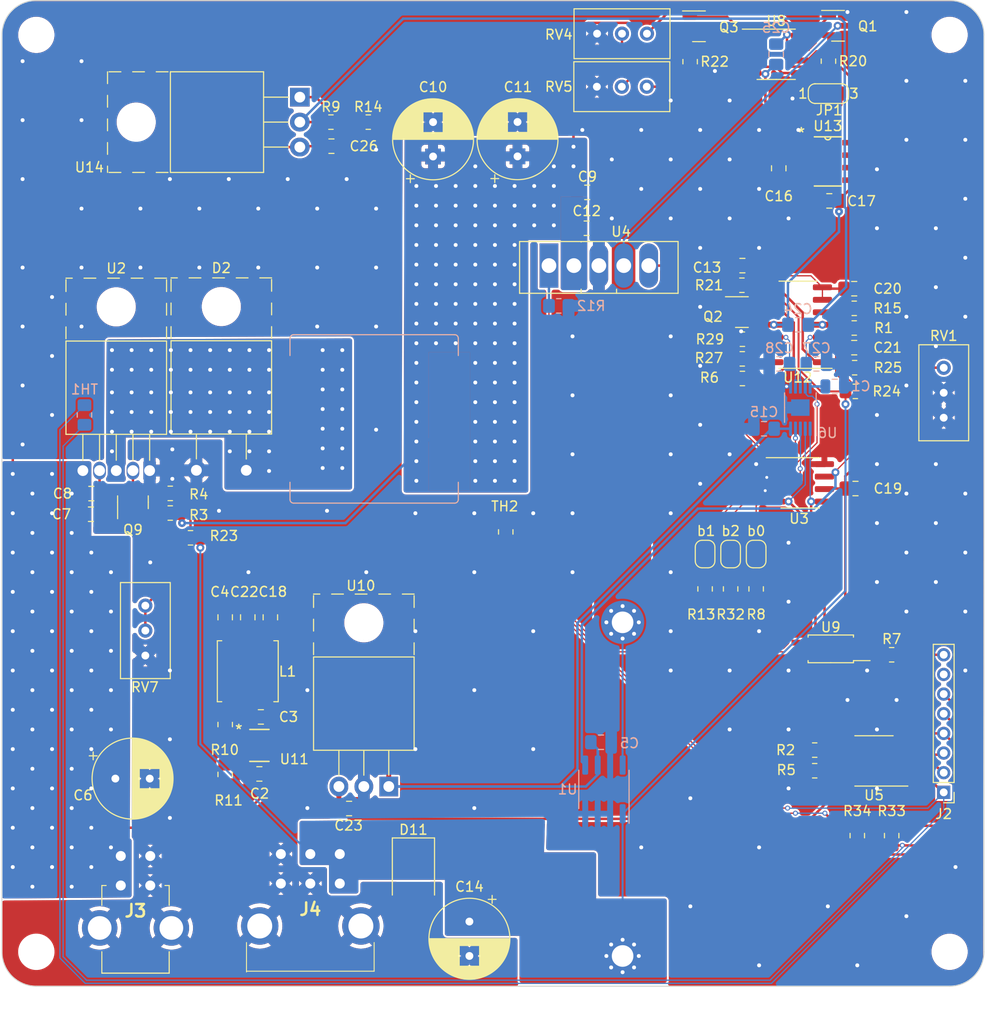
<source format=kicad_pcb>
(kicad_pcb (version 20240108) (generator "pcbnew") (generator_version "8.0")
  (layers (0 "F.Cu" signal) (31 "B.Cu" signal) (34 "B.Paste" user) (35 "F.Paste" user) (36 "B.SilkS" user "B.Silkscreen") (37 "F.SilkS" user "F.Silkscreen") (38 "B.Mask" user) (39 "F.Mask" user) (44 "Edge.Cuts" user))
  (net 0 "")
  (net 1 "Net-(U6-V5V)")
  (net 2 "GND")
  (net 3 "+36V")
  (net 4 "Net-(U11-SW)")
  (net 5 "Net-(U11-BST)")
  (net 6 "+12V")
  (net 7 "Net-(U2-VC)")
  (net 8 "PRE_OUT")
  (net 9 "Net-(U4-ADJ)")
  (net 10 "S-")
  (net 11 "Net-(U13-CAP+)")
  (net 12 "Net-(U13-CAP-)")
  (net 13 "-5V")
  (net 14 "+5V")
  (net 15 "Net-(C20-Pad1)")
  (net 16 "V_Sense")
  (net 17 "Net-(U12B-+)")
  (net 18 "+28V")
  (net 19 "Net-(D2-K)")
  (net 20 "+5VA")
  (net 21 "GNDS")
  (net 22 "PREREG_temp")
  (net 23 "LIN_temp")
  (net 25 "Net-(J2-Pin_8)")
  (net 26 "Net-(JP1-C)")
  (net 27 "Net-(JP2-A)")
  (net 28 "Net-(JP2-B)")
  (net 29 "Net-(JP3-A)")
  (net 30 "Net-(JP3-B)")
  (net 31 "Net-(JP4-A)")
  (net 32 "Net-(JP4-B)")
  (net 33 "Net-(Q1-G)")
  (net 34 "Net-(Q1-S)")
  (net 35 "S+")
  (net 36 "Net-(Q2-G)")
  (net 37 "Net-(Q2-D)")
  (net 38 "Net-(Q3-G)")
  (net 39 "Net-(Q3-S)")
  (net 40 "Net-(Q9-G)")
  (net 41 "Net-(Q9-D)")
  (net 42 "SCL")
  (net 43 "Net-(R4-Pad2)")
  (net 44 "SDA")
  (net 45 "Net-(R27-Pad2)")
  (net 46 "Net-(R7-Pad2)")
  (net 47 "Net-(U14-ADJ)")
  (net 48 "Net-(U11-FB)")
  (net 49 "ENABLE")
  (net 50 "Net-(R21-Pad2)")
  (net 51 "Net-(R25-Pad2)")
  (net 52 "Net-(U12D--)")
  (net 53 "Net-(U8A-+)")
  (net 54 "Net-(U8B-+)")
  (net 55 "I_Sense")
  (net 56 "V_ctrl")
  (net 57 "I_ctrl")
  (net 61 "Net-(J2-Pin_2)")
  (net 62 "Net-(J2-Pin_3)")
  (net 63 "Net-(R15-Pad1)")
  (footprint "Jumper:SolderJumper-3_P1.3mm_Open_RoundedPad1.0x1.5mm_NumberLabels" (layer "F.Cu") (at 212.0625 39.3)
    (property "Reference" "JP1")
    (property "Value" "SolderJumper_3_Open")
  )
  (footprint "Capacitor_SMD:C_0805_2012Metric_Pad1.18x1.45mm_HandSolder" (layer "F.Cu") (at 187.5 49.35)
    (property "Reference" "C9")
    (property "Value" "1uF" (hide yes))
  )
  (footprint "Capacitor_SMD:C_0805_2012Metric_Pad1.18x1.45mm_HandSolder" (layer "F.Cu") (at 161.45 44.65)
    (property "Reference" "C26")
    (property "Value" "2.2u" (hide yes))
  )
  (footprint "Jumper:SolderJumper-2_P1.3mm_Open_RoundedPad1.0x1.5mm" (layer "F.Cu") (at 204.7 86.15 -90)
    (property "Reference" "b0")
    (property "Value" "Jumper_2_Open")
  )
  (footprint "Package_TO_SOT_THT:TO-220-3_Horizontal_TabUp" (layer "F.Cu") (at 158.23 39.66 -90)
    (property "Reference" "U14")
    (property "Value" "LM317MBTG\n" (hide yes))
  )
  (footprint "Package_TO_SOT_THT:TO-247-5_Vertical" (layer "F.Cu") (at 183.6 56.8)
    (property "Reference" "U4")
    (property "Value" "MIC29752WT" (hide yes))
  )
  (footprint "Capacitor_THT:CP_Radial_D8.0mm_P3.50mm" (layer "F.Cu") (at 180.4 45.687349 90)
    (property "Reference" "C11")
    (property "Value" "1000uF" (hide yes))
  )
  (footprint "Package_SO:SOP-4_4.4x2.6mm_P1.27mm" (layer "F.Cu") (at 212.3 95.8 180)
    (property "Reference" "U9")
    (property "Value" "FODM217A")
  )
  (footprint "Package_SO:SOIC-8_3.9x4.9mm_P1.27mm" (layer "F.Cu") (at 209.175 78.905)
    (property "Reference" "U3")
    (property "Value" "MCP3422" (hide yes))
  )
  (footprint "Package_TO_SOT_THT:TO-220-2_Horizontal_TabUp" (layer "F.Cu") (at 152.7775 77.63 180)
    (property "Reference" "D2")
    (property "Value" "BYV79-100" (hide yes))
  )
  (footprint "Resistor_SMD:R_0805_2012Metric_Pad1.20x1.40mm_HandSolder" (layer "F.Cu") (at 210.6625 106.1)
    (property "Reference" "R2")
    (property "Value" "R")
  )
  (footprint "Resistor_SMD:R_0805_2012Metric_Pad1.20x1.40mm_HandSolder" (layer "F.Cu") (at 215 114.8 -90)
    (property "Reference" "R34")
    (property "Value" "10k" (hide yes))
  )
  (footprint "MountingHole:MountingHole_3.2mm_M3" (layer "F.Cu") (at 224.4 33.325126 180)
    (property "Reference" "H4" (hide yes))
    (property "Value" "MountingHole" (hide yes))
  )
  (footprint "MountingHole:MountingHole_3.2mm_M3" (layer "F.Cu") (at 131.4 126.625126 180)
    (property "Reference" "H2" (hide yes))
    (property "Value" "MountingHole" (hide yes))
  )
  (footprint "Capacitor_SMD:C_0805_2012Metric_Pad1.18x1.45mm_HandSolder" (layer "F.Cu") (at 212.15 50.217374 180)
    (property "Reference" "C17")
    (property "Value" "10u" (hide yes))
  )
  (footprint "Capacitor_SMD:C_0805_2012Metric_Pad1.18x1.45mm_HandSolder" (layer "F.Cu") (at 154.265751 102.725126 180)
    (property "Reference" "C3")
    (property "Value" "100n" (hide yes))
  )
  (footprint "MountingHole:MountingHole_3.2mm_M3" (layer "F.Cu") (at 131.4 33.325126 180)
    (property "Reference" "H3" (hide yes))
    (property "Value" "MountingHole" (hide yes))
  )
  (footprint "Package_SO:SOIC-8_3.9x4.9mm_P1.27mm" (layer "F.Cu") (at 216.7 107.2 180)
    (property "Reference" "U5")
    (property "Value" "ISO1640")
  )
  (footprint "Resistor_SMD:R_0805_2012Metric_Pad1.20x1.40mm_HandSolder" (layer "F.Cu") (at 179.2 83.9 -90)
    (property "Reference" "TH2")
    (property "Value" "Thermistor_NTC" (hide yes))
  )
  (footprint "Potentiometer_THT:Potentiometer_Bourns_3296W_Vertical" (layer "F.Cu") (at 223.8 67.2 90)
    (property "Reference" "RV1")
    (property "Value" "10k")
  )
  (footprint "3-794677-4:37946774" (layer "F.Cu") (at 140 119.877777)
    (property "Reference" "J3")
    (property "Value" "3-794677-4" (hide yes))
  )
  (footprint "Resistor_SMD:R_0805_2012Metric_Pad1.20x1.40mm_HandSolder" (layer "F.Cu") (at 202.1 89.7 -90)
    (property "Reference" "R32")
    (property "Value" "4.7k")
  )
  (footprint "Resistor_SMD:R_0805_2012Metric_Pad1.20x1.40mm_HandSolder" (layer "F.Cu") (at 145.0375 81.98 180)
    (property "Reference" "R3")
    (property "Value" "100k")
  )
  (footprint "Capacitor_SMD:C_0805_2012Metric_Pad1.18x1.45mm_HandSolder" (layer "F.Cu") (at 187.4425 53)
    (property "Reference" "C12")
    (property "Value" "100n" (hide yes))
  )
  (footprint "Package_SO:SOIC-14_3.9x8.7mm_P1.27mm" (layer "F.Cu") (at 208.975 62.82 180)
    (property "Reference" "U12")
    (property "Value" "NCS21914" (hide yes))
  )
  (footprint "MountingHole:MountingHole_2.2mm_M2_Pad_Via" (layer "F.Cu") (at 191.1 127.05 90)
    (property "Reference" "H6" (hide yes))
    (property "Value" "MountingHole_Pad")
  )
  (footprint "Capacitor_SMD:C_0805_2012Metric_Pad1.18x1.45mm_HandSolder" (layer "F.Cu") (at 207 46.9 -90)
    (property "Reference" "C16")
    (property "Value" "10u" (hide yes))
  )
  (footprint "3-794677-6:37946776" (layer "F.Cu") (at 156.3 119.677777)
    (property "Reference" "J4")
    (property "Value" "3-794677-6" (hide yes))
  )
  (footprint "Resistor_SMD:R_0805_2012Metric_Pad1.20x1.40mm_HandSolder" (layer "F.Cu") (at 150.631502 108.575125 -90)
    (property "Reference" "R11")
    (property "Value" "22.1k")
  )
  (footprint "Resistor_SMD:R_0805_2012Metric_Pad1.20x1.40mm_HandSolder" (layer "F.Cu") (at 214.6875 63.15 180)
    (property "Reference" "R1")
    (property "Value" "4.7k")
  )
  (footprint "Diode_SMD:D_SMB" (layer "F.Cu") (at 169.8 118.7 -90)
    (property "Reference" "D11")
    (property "Value" "SM6T27A")
  )
  (footprint "Capacitor_THT:CP_Radial_D8.0mm_P3.50mm" (layer "F.Cu") (at 139.447349 109)
    (property "Reference" "C6")
    (property "Value" "470uF" (hide yes))
  )
  (footprint "Capacitor_THT:CP_Radial_D8.0mm_P3.50mm" (layer "F.Cu") (at 175.5 123.547349 -90)
    (property "Reference" "C14")
    (property "Value" "22u")
  )
  (footprint "Package_TO_SOT_SMD:SOT-23" (layer "F.Cu") (at 213.04 32.4)
    (property "Reference" "Q1")
    (property "Value" "2N7002K")
  )
  (footprint "Resistor_SMD:R_0805_2012Metric_Pad1.20x1.40mm_HandSolder" (layer "F.Cu") (at 218.5 96.4 180)
    (property "Reference" "R7")
    (property "Value" "1k")
  )
  (footprint "Potentiometer_THT:Potentiometer_Bourns_3296W_Vertical" (layer "F.Cu") (at 193.58 33.2)
    (property "Reference" "RV4")
    (property "Value" "10k")
  )
  (footprint "Resistor_SMD:R_0805_2012Metric_Pad1.20x1.40mm_HandSolder" (layer "F.Cu") (at 203.2875 66.289204)
    (property "Reference" "R27")
    (property "Value" "15k")
  )
  (footprint "Resistor_SMD:R_0805_2012Metric_Pad1.20x1.40mm_HandSolder" (layer "F.Cu") (at 203.3 68.289204)
    (property "Reference" "R6")
    (property "Value" "2.2k")
  )
  (footprint "Jumper:SolderJumper-2_P1.3mm_Open_RoundedPad1.0x1.5mm" (layer "F.Cu") (at 199.5 86.15 -90)
    (property "Reference" "b1")
    (property "Value" "Jumper_2_Open")
  )
  (footprint "MountingHole:MountingHole_2.2mm_M2_Pad_Via" (layer "F.Cu") (at 191.1 93.1 90)
    (property "Reference" "H5" (hide yes))
    (property "Value" "MountingHole_Pad")
  )
  (footprint "Capacitor_SMD:C_0805_2012Metric_Pad1.18x1.45mm_HandSolder" (layer "F.Cu") (at 155.231502 92.587625 90)
    (property "Reference" "C18")
    (property "Value" "10u" (hide yes))
  )
  (footprint "Package_TO_SOT_SMD:SOT-23" (layer "F.Cu") (at 203.25 61.53)
    (property "Reference" "Q2")
    (property "Value" "2N7002K" (hide yes))
  )
  (footprint "Capacitor_SMD:C_0805_2012Metric_Pad1.18x1.45mm_HandSolder" (layer "F.Cu") (at 137 80)
    (property "Reference" "C8")
    (property "Value" "1uF" (hide yes))
  )
  (footprint "Package_SO:SOIC-8_3.9x4.9mm_P1.27mm" (layer "F.Cu") (at 206.74 35.3)
    (property "Reference" "U8")
    (property "Value" "LM358")
  )
  (footprint "Capacitor_SMD:C_0805_2012Metric_Pad1.18x1.45mm_HandSolder" (layer "F.Cu") (at 203.3 56.8 180)
    (property "Reference" "C13")
    (property "Value" "1n" (hide yes))
  )
  (footprint "Resistor_SMD:R_0805_2012Metric_Pad1.20x1.40mm_HandSolder" (layer "F.Cu") (at 147.1 84.5)
    (property "Reference" "R23")
    (property "Value" "10k")
  )
  (footprint "Resistor_SMD:R_0805_2012Metric_Pad1.20x1.40mm_HandSolder" (layer "F.Cu") (at 199.5 89.7 -90)
    (property "Reference" "R13")
    (property "Value" "4.7k")
  )
  (footprint "Capacitor_SMD:C_0805_2012Metric_Pad1.18x1.45mm_HandSolder" (layer "F.Cu") (at 214.815794 79.485794 180)
    (property "Reference" "C19")
    (property "Value" "100n" (hide yes))
  )
  (footprint "Package_TO_SOT_THT:TO-220-5_Horizontal_TabUp" (layer "F.Cu") (at 142.9375 77.66 180)
    (property "Reference" "U2")
    (property "Value" "XL4016" (hide yes))
  )
  (footprint "MountingHole:MountingHole_3.2mm_M3" (layer "F.Cu") (at 224.4 126.625126 180)
    (property "Reference" "H1" (hide yes))
    (property "Value" "MountingHole" (hide yes))
  )
  (footprint "Resistor_SMD:R_0805_2012Metric_Pad1.20x1.40mm_HandSolder" (layer "F.Cu") (at 197.9775 36.05 -90)
    (property "Reference" "R22")
    (property "Value" "100")
  )
  (footprint "Resistor_SMD:R_0805_2012Metric_Pad1.20x1.40mm_HandSolder" (layer "F.Cu") (at 161.4 42.2)
    (property "Reference" "R9")
    (property "Value" "470")
  )
  (footprint "Package_TO_SOT_THT:TO-220-3_Horizontal_TabUp" (layer "F.Cu") (at 167.29 109.805126 180)
    (property "Reference" "U10")
    (property "Value" "L7805" (hide yes))
  )
  (footprint "Resistor_SMD:R_0805_2012Metric_Pad1.20x1.40mm_HandSolder" (layer "F.Cu") (at 203.25 58.8)
    (property "Reference" "R21")
    (property "Value" "1")
  )
  (footprint "Capacitor_SMD:C_0805_2012Metric_Pad1.18x1.45mm_HandSolder" (layer "F.Cu") (at 214.6875 65.15 180)
    (property "Reference" "C21")
    (property "Value" "1u")
  )
  (footprint "Resistor_SMD:R_0805_2012Metric_Pad1.20x1.40mm_HandSolder" (layer "F.Cu") (at 150.631502 103.500125 -90)
    (property "Reference" "R10")
    (property "Value" "309k")
  )
  (footprint "Connector_PinHeader_2.00mm:PinHeader_1x08_P2.00mm_Vertical" (layer "F.Cu") (at 223.8 110.4 180)
    (property "Reference" "J2")
    (property "Value" "Conn_01x08_Pin" (hide yes))
  )
  (footprint "Resistor_SMD:R_0805_2012Metric_Pad1.20x1.40mm_HandSolder" (layer "F.Cu") (at 214.6875 61.15)
    (property "Reference" "R15")
    (property "Value" "4.7k")
  )
  (footprint "Capacitor_SMD:C_0805_2012Metric_Pad1.18x1.45mm_HandSolder" (layer "F.Cu") (at 136.9625 82.1)
    (property "Reference" "C7")
    (property "Value" "1uF" (hide yes))
  )
  (footprint "Resistor_SMD:R_0805_2012Metric_Pad1.20x1.40mm_HandSolder" (layer "F.Cu") (at 214.8 69.6)
    (property "Reference" "R24")
    (property "Value" "1M")
  )
  (footprint "Potentiometer_THT:Potentiometer_Bourns_3296W_Vertical" (layer "F.Cu") (at 188.48 38.6 180)
    (property "Reference" "RV5")
    (property "Value" "10k")
  )
  (footprint "Capacitor_THT:CP_Radial_D8.0mm_P3.50mm" (layer "F.Cu") (at 171.8 45.7 90)
    (property "Reference" "C10")
    (property "Value" "1000uF" (hide yes))
  )
  (footprint "Capacitor_SMD:C_0805_2012Metric_Pad1.18x1.45mm_HandSolder" (layer "F.Cu") (at 163.25 112.045126)
    (property "Reference" "C23")
    (property "Value" "2.2u" (hide yes))
  )
  (footprint "Resistor_SMD:R_0805_2012Metric_Pad1.20x1.40mm_HandSolder" (layer "F.Cu") (at 210.6625 108.2 180)
    (property "Reference" "R5")
    (property "Value" "R")
  )
  (footprint "Inductor_SMD:L_Bourns_SRN6045TA" (layer "F.Cu") (at 152.931502 98.075125 90)
    (property "Reference" "L1")
    (property "Value" "22u")
  )
  (footprint "Package_TO_SOT_SMD:SOT-23" (layer "F.Cu") (at 141.2375 80.88 90)
    (property "Reference" "Q9")
    (property "Value" "Si2319CDS" (hide yes))
  )
  (footprint "Resistor_SMD:R_0805_2012Metric_Pad1.20x1.40mm_HandSolder" (layer "F.Cu") (at 145.0375 79.98)
    (property "Reference" "R4")
    (property "Value" "4.7k" (hide yes))
  )
  (footprint "Jumper:SolderJumper-2_P1.3mm_Open_RoundedPad1.0x1.5mm" (layer "F.Cu") (at 202.1 86.15 -90)
    (property "Reference" "b2")
    (property "Value" "Jumper_2_Open")
  )
  (footprint "Resistor_SMD:R_0805_2012Metric_Pad1.20x1.40mm_HandSolder" (layer "F.Cu") (at 218.5 114.8 -90)
    (property "Reference" "R33")
    (property "Value" "10k")
  )
  (footprint "Capacitor_SMD:C_0805_2012Metric_Pad1.18x1.45mm_HandSolder" (layer "F.Cu") (at 152.931502 92.587625 90)
    (property "Reference" "C22")
    (property "Value" "10u" (hide yes))
  )
  (footprint "Resistor_SMD:R_0805_2012Metric_Pad1.20x1.40mm_HandSolder" (layer "F.Cu") (at 212.0625 36 -90)
    (property "Reference" "R20")
    (property "Value" "100")
  )
  (footprint "Resistor_SMD:R_0805_2012Metric_Pad1.20x1.40mm_HandSolder" (layer "F.Cu") (at 203.3 64.289204)
    (property "Reference" "R29")
    (property "Value" "10k")
  )
  (footprint "Resistor_SMD:R_0805_2012Metric_Pad1.20x1.40mm_HandSolder" (layer "F.Cu") (at 165.2 42.2)
    (property "Reference" "R14")
    (property "Value" "10k")
  )
  (footprint "Resistor_SMD:R_0805_2012Metric_Pad1.20x1.40mm_HandSolder" (layer "F.Cu") (at 204.7 89.7 -90)
    (property "Reference" "R8")
    (property "Value" "4.7k")
  )
  (footprint "AP64060WU:IC6_AP64060QWU-7_DIO" (layer "F.Cu") (at 154.115751 105.625126)
    (property "Reference" "U11")
    (property "Value" "AP64060QWU-7" (hide yes))
  )
  (footprint "Capacitor_SMD:C_0805_2012Metric_Pad1.18x1.45mm_HandSolder" (layer "F.Cu") (at 214.6875 59.15 180)
    (property "Reference" "C20")
    (property "Value" "1u")
  )
  (footprint "Capacitor_SMD:C_0805_2012Metric_Pad1.18x1.45mm_HandSolder" (layer "F.Cu") (at 150.631502 92.587625 90)
    (property "Reference" "C4")
    (property "Value" "10u" (hide yes))
  )
  (footprint "tl7660:D8" (layer "F.Cu") (at 212 46.2)
    (property "Reference" "U13")
    (property "Value" "TL7660CDR" (hide yes))
  )
  (footprint "Capacitor_SMD:C_0805_2012Metric_Pad1.18x1.45mm_HandSolder" (layer "F.Cu") (at 154.1125 108.525126 180)
    (property "Reference" "C2")
    (property "Value" "2.2u" (hide yes))
  )
  (footprint "Potentiometer_THT:Potentiometer_Bourns_3296W_Vertical" (layer "F.Cu") (at 142.5 91.4 90)
    (property "Reference" "RV7")
    (property "Value" "500" (hide yes))
  )
  (footprint "Resistor_SMD:R_0805_2012Metric_Pad1.20x1.40mm_HandSolder" (layer "F.Cu") (at 214.728296 67.189204)
    (property "Reference" "R25")
    (property "Value" "200k")
  )
  (footprint "Package_TO_SOT_SMD:SOT-23" (layer "F.Cu") (at 198.8775 32.45)
    (property "Reference" "Q3")
    (property "Value" "2N7002K")
  )
  (footprint "Capacitor_SMD:C_0805_2012Metric_Pad1.18x1.45mm_HandSolder" (layer "B.Cu") (at 205.5 73.4)
    (property "Reference" "C15")
    (property "Value" "100n" (hide yes))
  )
  (footprint "Package_SO:MSOP-10-1EP_3x3mm_P0.5mm_EP1.68x1.88mm" (layer "B.Cu") (at 209.2 71.25 90)
    (property "Reference" "U6")
    (property "Value" "~" (hide yes))
  )
  (footprint "Capacitor_SMD:C_0805_2012Metric_Pad1.18x1.45mm_HandSolder" (layer "B.Cu") (at 206.74 35.3 -90)
    (property "Reference" "C25")
    (property "Value" "100n")
  )
  (footprint "Resistor_SMD:R_0805_2012Metric_Pad1.20x1.40mm_HandSolder" (layer "B.Cu") (at 136.3 72 -90)
    (property "Reference" "TH1")
    (property "Value" "Thermistor_NTC" (hide yes))
  )
  (footprint "Capacitor_SMD:C_0805_2012Metric_Pad1.18x1.45mm_HandSolder" (layer "B.Cu") (at 208.975 62.82 180)
    (property "Reference" "C24")
    (property "Value" "100n" (hide yes))
  )
  (footprint "Package_SO:SOIC-8_3.9x4.9mm_P1.27mm" (layer "B.Cu") (at 189.2 110.1 90)
    (property "Reference" "U1")
    (property "Value" "INA241A1IDR" (hide yes))
  )
  (footprint "Resistor_SMD:R_0805_2012Metric_Pad1.20x1.40mm_HandSolder" (layer "B.Cu") (at 184.6 60.9 180)
    (property "Reference" "R12")
    (property "Value" "1k" (hide yes))
  )
  (footprint "Capacitor_SMD:C_0805_2012Metric" (layer "B.Cu") (at 212.7 69.1)
    (property "Reference" "C1")
    (property "Value" "100n" (hide yes))
  )
  (footprint "Capacitor_SMD:C_0805_2012Metric_Pad1.18x1.45mm_HandSolder" (layer "B.Cu") (at 210.8375 66.8)
    (property "Reference" "C27")
    (property "Value" "100n" (hide yes))
  )
  (footprint "Inductor_SMD:L_Bourns_SRP1770TA_16.9x16.9mm" (layer "B.Cu") (at 165.8 72.4)
    (property "Reference" "L2" (hide yes))
    (property "Value" "47uH" (hide yes))
  )
  (footprint "Capacitor_SMD:C_0805_2012Metric_Pad1.18x1.45mm_HandSolder" (layer "B.Cu") (at 188.9 105.3 180)
    (property "Reference" "C5")
    (property "Value" "100n" (hide yes))
  )
  (footprint "Capacitor_SMD:C_0805_2012Metric_Pad1.18x1.45mm_HandSolder" (layer "B.Cu") (at 207.0625 66.8 180)
    (property "Reference" "C28")
    (property "Value" "100n" (hide yes))
  )
  (gr_arc (start 127.9 33.325126) (mid 128.925126 30.850252) (end 131.4 29.825126) (stroke (width 0.1)) (layer "Edge.Cuts"))
  (gr_line (start 224.4 130.125126) (end 131.4 130.125126) (stroke (width 0.1)) (layer "Edge.Cuts"))
  (gr_arc (start 227.9 126.625126) (mid 226.874874 129.1) (end 224.4 130.125126) (stroke (width 0.1)) (layer "Edge.Cuts"))
  (gr_arc (start 131.4 130.125126) (mid 128.925126 129.1) (end 127.9 126.625126) (stroke (width 0.1)) (layer "Edge.Cuts"))
  (gr_arc (start 224.4 29.825126) (mid 226.874874 30.850252) (end 227.9 33.325126) (stroke (width 0.1)) (layer "Edge.Cuts"))
  (gr_line (start 131.4 29.825126) (end 224.4 29.825126) (stroke (width 0.1)) (layer "Edge.Cuts"))
  (gr_line (start 127.9 126.625126) (end 127.9 33.325126) (stroke (width 0.1)) (layer "Edge.Cuts"))
  (gr_line (start 227.9 33.325126) (end 227.9 126.625126) (stroke (width 0.1)) (layer "Edge.Cuts"))
  (segment (start 210.2 69.1) (end 211.75 69.1) (width 0.25) (layer "B.Cu") (net 1))
  (segment (start 205.862266 78.27) (end 206.7 78.27) (width 0.25) (layer "F.Cu") (net 2))
  (segment (start 205.781133 78.351133) (end 205.862266 78.27) (width 0.25) (layer "F.Cu") (net 2))
  (segment (start 206.7 79.54) (end 205.784799 79.54) (width 0.25) (layer "F.Cu") (net 2))
  (segment (start 202.3 64.289204) (end 202.368801 64.289204) (width 0.25) (layer "F.Cu") (net 2))
  (segment (start 202.368801 64.289204) (end 203.171426 63.486579) (width 0.25) (layer "F.Cu") (net 2))
  (segment (start 205.784799 79.54) (end 205.623444 79.701355) (width 0.25) (layer "F.Cu") (net 2))
  (via (at 136 57) (size 0.8) (drill 0.4) (layers "F.Cu" "B.Cu") (net 2))
  (via (at 208.4 39.8) (size 0.8) (drill 0.4) (layers "F.Cu" "B.Cu") (net 2))
  (via (at 226 86) (size 0.8) (drill 0.4) (layers "F.Cu" "B.Cu") (net 2))
  (via (at 160 51) (size 0.8) (drill 0.4) (layers "F.Cu" "B.Cu") (net 2))
  (via (at 153 88) (size 0.8) (drill 0.4) (layers "F.Cu" "B.Cu") (net 2))
  (via (at 176 82) (size 0.8) (drill 0.4) (layers "F.Cu" "B.Cu") (net 2))
  (via (at 220 80) (size 0.8) (drill 0.4) (layers "F.Cu" "B.Cu") (net 2))
  (via (at 216 98) (size 0.8) (drill 0.4) (layers "F.Cu" "B.Cu") (net 2))
  (via (at 220 62) (size 0.8) (drill 0.4) (layers "F.Cu" "B.Cu") (net 2))
  (via (at 130 63) (size 0.8) (drill 0.4) (layers "F.Cu" "B.Cu") (net 2))
  (via (at 203.171426 63.486579) (size 0.8) (drill 0.4) (layers "F.Cu" "B.Cu") (net 2))
  (via (at 226 56) (size 0.8) (drill 0.4) (layers "F.Cu" "B.Cu") (net 2))
  (via (at 217 104) (size 0.8) (drill 0.4) (layers "F.Cu" "B.Cu") (net 2))
  (via (at 199 73) (size 0.8) (drill 0.4) (layers "F.Cu" "B.Cu") (net 2))
  (via (at 217 110) (size 0.8) (drill 0.4) (layers "F.Cu" "B.Cu") (net 2))
  (via (at 223 83) (size 0.8) (drill 0.4) (layers "F.Cu" "B.Cu") (net 2))
  (via (at 226 44) (size 0.8) (drill 0.4) (layers "F.Cu" "B.Cu") (net 2))
  (via (at 154 57) (size 0.8) (drill 0.4) (layers "F.Cu" "B.Cu") (net 2))
  (via (at 202 46) (size 0.8) (drill 0.4) (layers "F.Cu" "B.Cu") (net 2))
  (via (at 182 106) (size 0.8) (drill 0.4) (layers "F.Cu" "B.Cu") (net 2))
  (via (at 202 104) (size 0.8) (drill 0.4) (layers "F.Cu" "B.Cu") (net 2))
  (via (at 226 92) (size 0.8) (drill 0.4) (layers "F.Cu" "B.Cu") (net 2))
  (via (at 157 48) (size 0.8) (drill 0.4) (layers "F.Cu" "B.Cu") (net 2))
  (via (at 196 88) (size 0.8) (drill 0.4) (layers "F.Cu" "B.Cu") (net 2))
  (via (at 170 106) (size 0.8) (drill 0.4) (layers "F.Cu" "B.Cu") (net 2))
  (via (at 205.623444 79.701355) (size 0.5) (drill 0.3) (layers "F.Cu" "B.Cu") (net 2))
  (via (at 208 104) (size 0.8) (drill 0.4) (layers "F.Cu" "B.Cu") (net 2))
  (via (at 159 112) (size 0.8) (drill 0.4) (layers "F.Cu" "B.Cu") (net 2))
  (via (at 220 86) (size 0.8) (drill 0.4) (layers "F.Cu" "B.Cu") (net 2))
  (via (at 225 118) (size 0.8) (drill 0.4) (layers "F.Cu" "B.Cu") (net 2))
  (via (at 151 48) (size 0.8) (drill 0.4) (layers "F.Cu" "B.Cu") (net 2))
  (via (at 205 55) (size 0.8) (drill 0.4) (layers "F.Cu" "B.Cu") (net 2))
  (via (at 145.25 75.5) (size 0.8) (drill 0.4) (layers "F.Cu" "B.Cu") (net 2))
  (via (at 196 76) (size 0.8) (drill 0.4) (layers "F.Cu" "B.Cu") (net 2))
  (via (at 166 51) (size 0.8) (drill 0.4) (layers "F.Cu" "B.Cu") (net 2))
  (via (at 196 64) (size 0.8) (drill 0.4) (layers "F.Cu" "B.Cu") (net 2))
  (via (at 199 55) (size 0.8) (drill 0.4) (layers "F.Cu" "B.Cu") (net 2))
  (via (at 202 98) (size 0.8) (drill 0.4) (layers "F.Cu" "B.Cu") (net 2))
  (via (at 198 111) (size 0.8) (drill 0.4) (layers "F.Cu" "B.Cu") (net 2))
  (via (at 199 43) (size 0.8) (drill 0.4) (layers "F.Cu" "B.Cu") (net 2))
  (via (at 187 43) (size 0.8) (drill 0.4) (layers "F.Cu" "B.Cu") (net 2))
  (via (at 166 57) (size 0.8) (drill 0.4) (layers "F.Cu" "B.Cu") (net 2))
  (via (at 142 57) (size 0.8) (drill 0.4) (layers "F.Cu" "B.Cu") (net 2))
  (via (at 208 85) (size 0.8) (drill 0.4) (layers "F.Cu" "B.Cu") (net 2))
  (via (at 223 53) (size 0.8) (drill 0.4) (layers "F.Cu" "B.Cu") (net 2))
  (via (at 133 60) (size 0.8) (drill 0.4) (layers "F.Cu" "B.Cu") (net 2))
  (via (at 214 31) (size 0.8) (drill 0.4) (layers "F.Cu" "B.Cu") (net 2))
  (via (at 193 43) (size 0.8) (drill 0.4) (layers "F.Cu" "B.Cu") (net 2))
  (via (at 226 62) (size 0.8) (drill 0.4) (layers "F.Cu" "B.Cu") (net 2))
  (via (at 133 66) (size 0.8) (drill 0.4) (layers "F.Cu" "B.Cu") (net 2))
  (via (at 204.7 77) (size 0.8) (drill 0.4) (layers "F.Cu" "B.Cu") (net 2))
  (via (at 186 76) (size 0.8) (drill 0.4) (layers "F.Cu" "B.Cu") (net 2))
  (via (at 217 89) (size 0.8) (drill 0.4) (layers "F.Cu" "B.Cu") (net 2))
  (via (at 145 113) (size 0.8) (drill 0.4) (layers "F.Cu" "B.Cu") (net 2))
  (via (at 176 112) (size 0.8) (drill 0.4) (layers "F.Cu" "B.Cu") (net 2))
  (via (at 130 57) (size 0.8) (drill 0.4) (layers "F.Cu" "B.Cu") (net 2))
  (via (at 198 122) (size 0.8) (drill 0.4) (layers "F.Cu" "B.Cu") (net 2))
  (via (at 130 75) (size 0.8) (drill 0.4) (layers "F.Cu" "B.Cu") (net 2))
  (via (at 130 36) (size 0.8) (drill 0.4) (layers "F.Cu" "B.Cu") (net 2))
  (via (at 148 57) (size 0.8) (drill 0.4) (layers "F.Cu" "B.Cu") (net 2))
  (via (at 130 69) (size 0.8) (drill 0.4) (layers "F.Cu" "B.Cu") (net 2))
  (via (at 223 65) (size 0.8) (drill 0.4) (layers "F.Cu" "B.Cu") (net 2))
  (via (at 223 77) (size 0.8) (drill 0.4) (layers "F.Cu" "B.Cu") (net 2))
  (via (at 182 94) (size 0.8) (drill 0.4) (layers "F.Cu" "B.Cu") (net 2))
  (via (at 150 81.75) (size 0.8) (drill 0.4) (layers "F.Cu" "B.Cu") (net 2))
  (via (at 196 70) (size 0.8) (drill 0.4) (layers "F.Cu" "B.Cu") (net 2))
  (via (at 220 31) (size 0.8) (drill 0.4) (layers "F.Cu" "B.Cu") (net 2))
  (via (at 205.781133 78.351133) (size 0.5) (drill 0.3) (layers "F.Cu" "B.Cu") (net 2))
  (via (at 199 61) (size 0.8) (drill 0.4) (layers "F.Cu" "B.Cu") (net 2))
  (via (at 130 48) (size 0.8) (drill 0.4) (layers "F.Cu" "B.Cu") (net 2))
  (via (at 186 70) (size 0.8) (drill 0.4) (layers "F.Cu" "B.Cu") (net 2))
  (via (at 207.8 69.1) (size 0.5) (drill 0.3) (layers "F.Cu" "B.Cu") (net 2))
  (via (at 160 63) (size 0.8) (drill 0.4) (layers "F.Cu" "B.Cu") (net 2))
  (via (at 208 91) (size 0.8) (drill 0.4) (layers "F.Cu" "B.Cu") (net 2))
  (via (at 199 79) (size 0.8) (drill 0.4) (layers "F.Cu" "B.Cu") (net 2))
  (via (at 202 52) (size 0.8) (drill 0.4) (layers "F.Cu" "B.Cu") (net 2))
  (via (at 166 63) (size 0.8) (drill 0.4) (layers "F.Cu" "B.Cu") (net 2))
  (via (at 202 76) (size 0.8) (drill 0.4) (layers "F.Cu" "B.Cu") (net 2))
  (via (at 182 82) (size 0.8) (drill 0.4) (layers "F.Cu" "B.Cu") (net 2))
  (via (at 163 48) (size 0.8) (drill 0.4) (layers "F.Cu" "B.Cu") (net 2))
  (via (at 217 47) (size 0.8) (drill 0.4) (layers "F.Cu" "B.Cu") (net 2))
  (via (at 166 45) (size 0.8) (drill 0.4) (layers "F.Cu" "B.Cu") (net 2))
  (via (at 209 43) (size 0.8) (drill 0.4) (layers "F.Cu" "B.Cu") (net 2))
  (via (at 208 110) (size 0.8) (drill 0.4) (layers "F.Cu" "B.Cu") (net 2))
  (via (at 220 44) (size 0.8) (drill 0.4) (layers "F.Cu" "B.Cu") (net 2))
  (via (at 154 51) (size 0.8) (drill 0.4) (layers "F.Cu" "B.Cu") (net 2))
  (via (at 205 49) (size 0.8) (drill 0.4) (layers "F.Cu" "B.Cu") (net 2))
  (via (at 186 64) (size 0.8) (drill 0.4) (layers "F.Cu" "B.Cu") (net 2))
  (via (at 193 116) (size 0.8) (drill 0.4) (layers "F.Cu" "B.Cu") (net 2))
  (via (at 160 57) (size 0.8) (drill 0.4) (layers "F.Cu" "B.Cu") (net 2))
  (via (at 186 82) (size 0.8) (drill 0.4) (layers "F.Cu" "B.Cu") (net 2))
  (via (at 205 116) (size 0.8) (drill 0.4) (layers "F.Cu" "B.Cu") (net 2))
  (via (at 133 72) (size 0.8) (drill 0.4) (layers "F.Cu" "B.Cu") (net 2))
  (via (at 186 88) (size 0.8) (drill 0.4) (layers "F.Cu" "B.Cu") (net 2))
  (via (at 226 38) (size 0.8) (drill 0.4) (layers "F.Cu" "B.Cu") (net 2))
  (via (at 226 50) (size 0.8) (drill 0.4) (layers "F.Cu" "B.Cu") (net 2))
  (via (at 190 46) (size 0.8) (drill 0.4) (layers "F.Cu" "B.Cu") (net 2))
  (via (at 200.5 37) (size 0.8) (drill 0.4) (layers "F.Cu" "B.Cu") (net 2))
  (via (at 217 53) (size 0.8) (drill 0.4) (layers "F.Cu" "B.Cu") (net 2))
  (via (at 205 128) (size 0.8) (drill 0.4) (layers "F.Cu" "B.Cu") (net 2))
  (via (at 165 88) (size 0.8) (drill 0.4) (layers "F.Cu" "B.Cu") (net 2))
  (via (at 196 46) (size 0.8) (drill 0.4) (layers "F.Cu" "B.Cu") (net 2))
  (via (at 199 67) (size 0.8) (drill 0.4) (layers "F.Cu" "B.Cu") (net 2))
  (via (at 193 49) (size 0.8) (drill 0.4) (layers "F.Cu" "B.Cu") (net 2))
  (via (at 145 98) (size 0.8) (drill 0.4) (layers "F.Cu" "B.Cu") (net 2))
  (via (at 196 94) (size 0.8) (drill 0.4) (layers "F.Cu" "B.Cu") (net 2))
  (via (at 136 63) (size 0.8) (drill 0.4) (layers "F.Cu" "B.Cu") (net 2))
  (via (at 208 52) (size 0.8) (drill 0.4) (layers "F.Cu" "B.Cu") (net 2))
  (via (at 170 94) (size 0.8) (drill 0.4) (layers "F.Cu" "B.Cu") (net 2))
  (via (at 166 73.5) (size 0.8) (drill 0.4) (layers "F.Cu" "B.Cu") (net 2))
  (via (at 196 52) (size 0.8) (drill 0.4) (layers "F.Cu" "B.Cu") (net 2))
  (via (at 145 105) (size 0.8) (drill 0.4) (layers "F.Cu" "B.Cu") (net 2))
  (via (at 220 92) (size 0.8) (drill 0.4) (layers "F.Cu" "B.Cu") (net 2))
  (via (at 136 42) (size 0.8) (drill 0.4) (layers "F.Cu" "B.Cu") (net 2))
  (via (at 226 98) (size 0.8) (drill 0.4) (layers "F.Cu" "B.Cu") (net 2))
  (via (at 190 52) (size 0.8) (drill 0.4) (layers "F.Cu" "B.Cu") (net 2))
  (via (at 196 82) (size 0.8) (drill 0.4) (layers "F.Cu" "B.Cu") (net 2))
  (via (at 130 42) (size 0.8) (drill 0.4) (layers "F.Cu" "B.Cu") (net 2))
  (via (at 217 83) (size 0.8) (drill 0.4) (layers "F.Cu" "B.Cu") (net 2))
  (via (at 217 77) (size 0.8) (drill 0.4) (layers "F.Cu" "B.Cu") (net 2))
  (via (at 176 100) (size 0.8) (drill 0.4) (layers "F.Cu" "B.Cu") (net 2))
  (via (at 215 128) (size 0.8) (drill 0.4) (layers "F.Cu" "B.Cu") (net 2))
  (via (at 202 40) (size 0.8) (drill 0.4) (layers "F.Cu" "B.Cu") (net 2))
  (via (at 223 89) (size 0.8) (drill 0.4) (layers "F.Cu" "B.Cu") (net 2))
  (via (at 196 98) (size 0.8) (drill 0.4) (layers "F.Cu" "B.Cu") (net 2))
  (via (at 143 87) (size 0.8) (drill 0.4) (layers "F.Cu" "B.Cu") (net 2))
  (via (at 199 49) (size 0.8) (drill 0.4) (layers "F.Cu" "B.Cu") (net 2))
  (via (at 226 80) (size 0.8) (drill 0.4) (layers "F.Cu" "B.Cu") (net 2))
  (via (at 214 101) (size 0.8) (drill 0.4) (layers "F.Cu" "B.Cu") (net 2))
  (via (at 136 36) (size 0.8) (drill 0.4) (layers "F.Cu" "B.Cu") (net 2))
  (via (at 205 43) (size 0.8) (drill 0.4) (layers "F.Cu" "B.Cu") (net 2))
  (via (at 217 72) (size 0.8) (drill 0.4) (layers "F.Cu" "B.Cu") (net 2))
  (via (at 208 98) (size 0.8) (drill 0.4) (layers "F.Cu" "B.Cu") (net 2))
  (via (at 136 51) (size 0.8) (drill 0.4) (layers "F.Cu" "B.Cu") (net 2))
  (via (at 219 101) (size 0.8) (drill 0.4) (layers "F.Cu" "B.Cu") (net 2))
  (via (at 161 81.75) (size 0.8) (drill 0.4) (layers "F.Cu" "B.Cu") (net 2))
  (via (at 142 51) (size 0.8) (drill 0.4) (layers "F.Cu" "B.Cu") (net 2))
  (via (at 145.25 78.5) (size 0.8) (drill 0.4) (layers "F.Cu" "B.Cu") (net 2))
  (via (at 220 69) (size 0.8) (drill 0.4) (layers "F.Cu" "B.Cu") (net 2))
  (via (at 176 88) (size 0.8) (drill 0.4) (layers "F.Cu" "B.Cu") (net 2))
  (via (at 205 94) (size 0.8) (drill 0.4) (layers "F.Cu" "B.Cu") (net 2))
  (via (at 170 82) (size 0.8) (drill 0.4) (layers "F.Cu" "B.Cu") (net 2))
  (via (at 212 122) (size 0.8) (drill 0.4) (layers "F.Cu" "B.Cu") (net 2))
  (via (at 220 38) (size 0.8) (drill 0.4) (layers "F.Cu" "B.Cu") (net 2))
  (via (at 223 59) (size 0.8) (drill 0.4) (layers "F.Cu" "B.Cu") (net 2))
  (via (at 220 123) (size 0.8) (drill 0.4) (layers "F.Cu" "B.Cu") (net 2))
  (via (at 159 100) (size 0.8) (drill 0.4) (layers "F.Cu" "B.Cu") (net 2))
  (via (at 145 48) (size 0.8) (drill 0.4) (layers "F.Cu" "B.Cu") (net 2))
  (via (at 196 40) (size 0.8) (drill 0.4) (layers "F.Cu" "B.Cu") (net 2))
  (via (at 148 51) (size 0.8) (drill 0.4) (layers "F.Cu" "B.Cu") (net 2))
  (segment (start 208.2 69.1) (end 207.8 69.1) (width 0.25) (layer "B.Cu") (net 2))
  (segment (start 137.96 44.74) (end 129 53.7) (width 0.25) (layer "F.Cu") (net 3))
  (segment (start 155.15 110.05) (end 151.2 114) (width 0.25) (layer "F.Cu") (net 3))
  (segment (start 151.2 114) (end 137 114) (width 0.25) (layer "F.Cu") (net 3))
  (segment (start 158.23 44.74) (end 137.96 44.74) (width 0.25) (layer "F.Cu") (net 3))
  (segment (start 129 53.7) (end 129 78) (width 0.25) (layer "F.Cu") (net 3))
  (segment (start 155.15 108.525126) (end 155.15 110.05) (width 0.25) (layer "F.Cu") (net 3))
  (segment (start 160.4125 44.65) (end 158.32 44.65) (width 0.25) (layer "F.Cu") (net 3))
  (via (at 129 110) (size 0.8) (drill 0.4) (layers "F.Cu" "B.Cu") (net 3))
  (via (at 129 90) (size 0.8) (drill 0.4) (layers "F.Cu" "B.Cu") (net 3))
  (via (at 135 84) (size 0.8) (drill 0.4) (layers "F.Cu" "B.Cu") (net 3))
  (via (at 129 106) (size 0.8) (drill 0.4) (layers "F.Cu" "B.Cu") (net 3))
  (via (at 135 116) (size 0.8) (drill 0.4) (layers "F.Cu" "B.Cu") (net 3))
  (via (at 137 86) (size 0.8) (drill 0.4) (layers "F.Cu" "B.Cu") (net 3))
  (via (at 133 106) (size 0.8) (drill 0.4) (layers "F.Cu" "B.Cu") (net 3))
  (via (at 133 78) (size 0.8) (drill 0.4) (layers "F.Cu" "B.Cu") (net 3))
  (via (at 129 94) (size 0.8) (drill 0.4) (layers "F.Cu" "B.Cu") (net 3))
  (via (at 133 90) (size 0.8) (drill 0.4) (layers "F.Cu" "B.Cu") (net 3))
  (via (at 137 114) (size 0.8) (drill 0.4) (layers "F.Cu" "B.Cu") (net 3))
  (via (at 137 90) (size 0.8) (drill 0.4) (layers "F.Cu" "B.Cu") (net 3))
  (via (at 137 118) (size 0.8) (drill 0.4) (layers "F.Cu" "B.Cu") (net 3))
  (via (at 131 84) (size 0.8) (drill 0.4) (layers "F.Cu" "B.Cu") (net 3))
  (via (at 131 96) (size 0.8) (drill 0.4) (layers "F.Cu" "B.Cu") (net 3))
  (via (at 131 104) (size 0.8) (drill 0.4) (layers "F.Cu" "B.Cu") (net 3))
  (via (at 137 106) (size 0.8) (drill 0.4) (layers "F.Cu" "B.Cu") (net 3))
  (via (at 129 102) (size 0.8) (drill 0.4) (layers "F.Cu" "B.Cu") (net 3))
  (via (at 139 104) (size 0.8) (drill 0.4) (layers "F.Cu" "B.Cu") (net 3))
  (via (at 129 82) (size 0.8) (drill 0.4) (layers "F.Cu" "B.Cu") (net 3))
  (via (at 135 88) (size 0.8) (drill 0.4) (layers "F.Cu" "B.Cu") (net 3))
  (via (at 135 108) (size 0.8) (drill 0.4) (layers "F.Cu" "B.Cu") (net 3))
  (via (at 137 94) (size 0.8) (drill 0.4) (layers "F.Cu" "B.Cu") (net 3))
  (via (at 133 86) (size 0.8) (drill 0.4) (layers "F.Cu" "B.Cu") (net 3))
  (via (at 131 80) (size 0.8) (drill 0.4) (layers "F.Cu" "B.Cu") (net 3))
  (via (at 137 102) (size 0.8) (drill 0.4) (layers "F.Cu" "B.Cu") (net 3))
  (via (at 129 118) (size 0.8) (drill 0.4) (layers "F.Cu" "B.Cu") (net 3))
  (via (at 133 110) (size 0.8) (drill 0.4) (layers "F.Cu" "B.Cu") (net 3))
  (via (at 135 104) (size 0.8) (drill 0.4) (layers "F.Cu" "B.Cu") (net 3))
  (via (at 133 118) (size 0.8) (drill 0.4) (layers "F.Cu" "B.Cu") (net 3))
  (via (at 131 116) (size 0.8) (drill 0.4) (layers "F.Cu" "B.Cu") (net 3))
  (via (at 139 96) (size 0.8) (drill 0.4) (layers "F.Cu" "B.Cu") (net 3))
  (via (at 139 100) (size 0.8) (drill 0.4) (layers "F.Cu" "B.Cu") (net 3))
  (via (at 135 100) (size 0.8) (drill 0.4) (layers "F.Cu" "B.Cu") (net 3))
  (via (at 129 114) (size 0.8) (drill 0.4) (layers "F.Cu" "B.Cu") (net 3))
  (via (at 139 92) (size 0.8) (drill 0.4) (layers "F.Cu" "B.Cu") (net 3))
  (via (at 135 120) (size 0.8) (drill 0.4) (layers "F.Cu" "B.Cu") (net 3))
  (via (at 131 112) (size 0.8) (drill 0.4) (layers "F.Cu" "B.Cu") (net 3))
  (via (at 131 100) (size 0.8) (drill 0.4) (layers "F.Cu" "B.Cu") (net 3))
  (via (at 133 114) (size 0.8) (drill 0.4) (layers "F.Cu" "B.Cu") (net 3))
  (via (at 131 92) (size 0.8) (drill 0.4) (layers "F.Cu" "B.Cu") (net 3))
  (via (at 133 102) (size 0.8) (drill 0.4) (layers "F.Cu" "B.Cu") (net 3))
  (via (at 135 112) (size 0.8) (drill 0.4) (layers "F.Cu" "B.Cu") (net 3))
  (via (at 129 78) (size 0.8) (drill 0.4) (layers "F.Cu" "B.Cu") (net 3))
  (via (at 133 98) (size 0.8) (drill 0.4) (layers "F.Cu" "B.Cu") (net 3))
  (via (at 131 120) (size 0.8) (drill 0.4) (layers "F.Cu" "B.Cu") (net 3))
  (via (at 131 88) (size 0.8) (drill 0.4) (layers "F.Cu" "B.Cu") (net 3))
  (via (at 135 80) (size 0.8) (drill 0.4) (layers "F.Cu" "B.Cu") (net 3))
  (via (at 135 96) (size 0.8) (drill 0.4) (layers "F.Cu" "B.Cu") (net 3))
  (via (at 137 110) (size 0.8) (drill 0.4) (layers "F.Cu" "B.Cu") (net 3))
  (via (at 139 88) (size 0.8) (drill 0.4) (layers "F.Cu" "B.Cu") (net 3))
  (via (at 129 86) (size 0.8) (drill 0.4) (layers "F.Cu" "B.Cu") (net 3))
  (via (at 137 98) (size 0.8) (drill 0.4) (layers "F.Cu" "B.Cu") (net 3))
  (via (at 133 94) (size 0.8) (drill 0.4) (layers "F.Cu" "B.Cu") (net 3))
  (via (at 129 98) (size 0.8) (drill 0.4) (layers "F.Cu" "B.Cu") (net 3))
  (via (at 135 92) (size 0.8) (drill 0.4) (layers "F.Cu" "B.Cu") (net 3))
  (via (at 131 108) (size 0.8) (drill 0.4) (layers "F.Cu" "B.Cu") (net 3))
  (via (at 139 116) (size 0.8) (drill 0.4) (layers "F.Cu" "B.Cu") (net 3))
  (via (at 133 82) (size 0.8) (drill 0.4) (layers "F.Cu" "B.Cu") (net 3))
  (segment (start 155.419002 102.840877) (end 155.303251 102.725126) (width 0.5) (layer "F.Cu") (net 4))
  (segment (start 155.419002 104.675125) (end 155.419002 102.840877) (width 0.5) (layer "F.Cu") (net 4))
  (segment (start 152.931502 100.150125) (end 155.303251 102.521874) (width 0.5) (layer "F.Cu") (net 4))
  (segment (start 155.303251 102.521874) (end 155.303251 102.725126) (width 0.5) (layer "F.Cu") (net 4))
  (segment (start 152.8125 104.675125) (end 152.8125 103.140877) (width 0.25) (layer "F.Cu") (net 5))
  (segment (start 151.556502 96.000125) (end 152.931502 96.000125) (width 0.25) (layer "F.Cu") (net 6))
  (segment (start 158.325125 93.625125) (end 167.29 102.59) (width 0.5) (layer "F.Cu") (net 6))
  (segment (start 155.231502 93.625125) (end 158.325125 93.625125) (width 0.5) (layer "F.Cu") (net 6))
  (segment (start 150.631502 102.500125) (end 149.8 101.668623) (width 0.25) (layer "F.Cu") (net 6))
  (segment (start 149.8 97.756627) (end 151.556502 96.000125) (width 0.25) (layer "F.Cu") (net 6))
  (segment (start 167.29 102.59) (end 167.29 109.805126) (width 0.5) (layer "F.Cu") (net 6))
  (segment (start 149.8 101.668623) (end 149.8 97.756627) (width 0.25) (layer "F.Cu") (net 6))
  (segment (start 188.565 106.0025) (end 188.565 107.625) (width 0.25) (layer "B.Cu") (net 6))
  (segment (start 188.565 107.625) (end 188.565 108.599999) (width 0.25) (layer "B.Cu") (net 6))
  (segment (start 186.5 93.163604) (end 186.5 108.055126) (width 0.25) (layer "B.Cu") (net 6))
  (segment (start 187.359873 109.805126) (end 167.29 109.805126) (width 0.25) (layer "B.Cu") (net 6))
  (segment (start 188.1625 105.6) (end 188.6 106.0375) (width 0.25) (layer "B.Cu") (net 6))
  (segment (start 186.5 108.055126) (end 184.75 109.805126) (width 0.25) (layer "B.Cu") (net 6))
  (segment (start 188.6 106.0375) (end 188.6 107.59) (width 0.25) (layer "B.Cu") (net 6))
  (segment (start 206.5375 73.4) (end 208.2 73.4) (width 0.25) (layer "B.Cu") (net 6))
  (segment (start 206.5375 73.4) (end 206.263604 73.4) (width 0.25) (layer "B.Cu") (net 6))
  (segment (start 187.8625 105.3) (end 188.565 106.0025) (width 0.25) (layer "B.Cu") (net 6))
  (segment (start 184.75 109.805126) (end 167.29 109.805126) (width 0.25) (layer "B.Cu") (net 6))
  (segment (start 188.565 108.599999) (end 187.359873 109.805126) (width 0.25) (layer "B.Cu") (net 6))
  (segment (start 206.263604 73.4) (end 186.5 93.163604) (width 0.25) (layer "B.Cu") (net 6))
  (segment (start 137.8375 77.935) (end 137.975 77.7975) (width 0.25) (layer "F.Cu") (net 7))
  (segment (start 137.8375 79.8625) (end 137.8375 77.935) (width 0.25) (layer "F.Cu") (net 7))
  (segment (start 137.975 80) (end 137.8375 79.8625) (width 0.25) (layer "F.Cu") (net 7))
  (segment (start 146.2375 83) (end 146.0375 82.8) (width 0.25) (layer "F.Cu") (net 8))
  (segment (start 191.6 32.1) (end 187.6 32.1) (width 0.25) (layer "F.Cu") (net 8))
  (segment (start 186.1 33.6) (end 186.1 44.7) (width 0.25) (layer "F.Cu") (net 8))
  (segment (start 194.2 34.4) (end 192.9 34.4) (width 0.25) (layer "F.Cu") (net 8))
  (segment (start 146.0375 81.98) (end 145.0125 83.005) (width 0.25) (layer "F.Cu") (net 8))
  (segment (start 145.0125 83.005) (end 143.375 83.005) (width 0.25) (layer "F.Cu") (net 8))
  (segment (start 143.375 83.005) (end 142.1875 81.8175) (width 0.25) (layer "F.Cu") (net 8))
  (segment (start 192.3 33.8) (end 192.3 32.8) (width 0.25) (layer "F.Cu") (net 8))
  (segment (start 196.15 32.45) (end 194.2 34.4) (width 0.25) (layer "F.Cu") (net 8))
  (segment (start 199.815 32.45) (end 196.15 32.45) (width 0.25) (layer "F.Cu") (net 8))
  (segment (start 187.6 32.1) (end 186.1 33.6) (width 0.25) (layer "F.Cu") (net 8))
  (segment (start 192.3 32.8) (end 191.6 32.1) (width 0.25) (layer "F.Cu") (net 8))
  (segment (start 192.9 34.4) (end 192.3 33.8) (width 0.25) (layer "F.Cu") (net 8))
  (segment (start 146.0375 82.8) (end 146.0375 81.98) (width 0.25) (layer "F.Cu") (net 8))
  (via (at 182.1 48.7) (size 0.8) (drill 0.4) (layers "F.Cu" "B.Cu") (net 8))
  (via (at 170.1 74.7) (size 0.8) (drill 0.4) (layers "F.Cu" "B.Cu") (net 8))
  (via (at 178.1 66.7) (size 0.8) (drill 0.4) (layers "F.Cu" "B.Cu") (net 8))
  (via (at 170.1 58.7) (size 0.8) (drill 0.4) (layers "F.Cu" "B.Cu") (net 8))
  (via (at 170.1 78.7) (size 0.8) (drill 0.4) (layers "F.Cu" "B.Cu") (net 8))
  (via (at 176.1 60.7) (size 0.8) (drill 0.4) (layers "F.Cu" "B.Cu") (net 8))
  (via (at 170.1 62.7) (size 0.8) (drill 0.4) (layers "F.Cu" "B.Cu") (net 8))
  (via (at 170.1 60.7) (size 0.8) (drill 0.4) (layers "F.Cu" "B.Cu") (net 8))
  (via (at 180.1 72.7) (size 0.8) (drill 0.4) (layers "F.Cu" "B.Cu") (net 8))
  (via (at 180.1 48.7) (size 0.8) (drill 0.4) (layers "F.Cu" "B.Cu") (net 8))
  (via (at 178.1 70.7) (size 0.8) (drill 0.4) (layers "F.Cu" "B.Cu") (net 8))
  (via (at 170.1 70.7) (size 0.8) (drill 0.4) (layers "F.Cu" "B.Cu") (net 8))
  (via (at 172.1 64.7) (size 0.8) (drill 0.4) (layers "F.Cu" "B.Cu") (net 8))
  (via (at 174.1 58.7) (size 0.8) (drill 0.4) (layers "F.Cu" "B.Cu") (net 8))
  (via (at 170.1 68.7) (size 0.8) (drill 0.4) (layers "F.Cu" "B.Cu") (net 8))
  (via (at 170.1 52.7) (size 0.8) (drill 0.4) (layers "F.Cu" "B.Cu") (net 8))
  (via (at 176.1 66.7) (size 0.8) (drill 0.4) (layers "F.Cu" "B.Cu") (net 8))
  (via (at 170.1 54.7) (size 0.8) (drill 0.4) (layers "F.Cu" "B.Cu") (net 8))
  (via (at 176.1 48.7) (size 0.8) (drill 0.4) (layers "F.Cu" "B.Cu") (net 8))
  (via (at 180.1 56.7) (size 0.8) (drill 0.4) (layers "F.Cu" "B.Cu") (net 8))
  (via (at 180.1 64.7) (size 0.8) (drill 0.4) (layers "F.Cu" "B.Cu") (net 8))
  (via (at 174.1 50.7) (size 0.8) (drill 0.4) (layers "F.Cu" "B.Cu") (net 8))
  (via (at 176.1 70.7) (size 0.8) (drill 0.4) (layers "F.Cu" "B.Cu") (net 8))
  (via (at 174.1 54.7) (size 0.8) (drill 0.4) (layers "F.Cu" "B.Cu") (net 8))
  (via (at 180.1 70.7) (size 0.8) (drill 0.4) (layers "F.Cu" "B.Cu") (net 8))
  (via (at 180.1 52.7) (size 0.8) (drill 0.4) (layers "F.Cu" "B.Cu") (net 8))
  (via (at 170.1 48.7) (size 0.8) (drill 0.4) (layers "F.Cu" "B.Cu") (net 8))
  (via (at 176.1 72.7) (size 0.8) (drill 0.4) (layers "F.Cu" "B.Cu") (net 8))
  (via (at 182.1 50.7) (size 0.8) (drill 0.4) (layers "F.Cu" "B.Cu") (net 8))
  (via (at 178.1 48.7) (size 0.8) (drill 0.4) (layers "F.Cu" "B.Cu") (net 8))
  (via (at 184.1 52.7) (size 0.8) (drill 0.4) (layers "F.Cu" "B.Cu") (net 8))
  (via (at 180.1 58.7) (size 0.8) (drill 0.4) (layers "F.Cu" "B.Cu") (net 8))
  (via (at 178.1 60.7) (size 0.8) (drill 0.4) (layers "F.Cu" "B.Cu") (net 8))
  (via (at 176.1 58.7) (size 0.8) (drill 0.4) (layers "F.Cu" "B.Cu") (net 8))
  (via (at 178.1 50.7) (size 0.8) (drill 0.4) (layers "F.Cu" "B.Cu") (net 8))
  (via (at 180.1 54.7) (size 0.8) (drill 0.4) (layers "F.Cu" "B.Cu") (net 8))
  (via (at 172.1 54.7) (size 0.8) (drill 0.4) (layers "F.Cu" "B.Cu") (net 8))
  (via (at 146.2375 83) (size 0.8) (drill 0.3) (layers "F.Cu" "B.Cu") (net 8))
  (via (at 184.1 50.7) (size 0.8) (drill 0.4) (layers "F.Cu" "B.Cu") (net 8))
  (via (at 176.1 74.7) (size 0.8) (drill 0.4) (layers "F.Cu" "B.Cu") (net 8))
  (via (at 176.1 46.7) (size 0.8) (drill 0.4) (layers "F.Cu" "B.Cu") (net 8))
  (via (at 174.1 48.7) (size 0.8) (drill 0.4) (layers "F.Cu" "B.Cu") (net 8))
  (via (at 178.1 54.7) (size 0.8) (drill 0.4) (layers "F.Cu" "B.Cu") (net 8))
  (via (at 176.1 62.7) (size 0.8) (drill 0.4) (layers "F.Cu" "B.Cu") (net 8))
  (via (at 170.1 56.7) (size 0.8) (drill 0.4) (layers "F.Cu" "B.Cu") (net 8))
  (via (at 170.1 66.7) (size 0.8) (drill 0.4) (layers "F.Cu" "B.Cu") (net 8))
  (via (at 172.1 62.7) (size 0.8) (drill 0.4) (layers "F.Cu" "B.Cu") (net 8))
  (via (at 172.1 52.7) (size 0.8) (drill 0.4) (layers "F.Cu" "B.Cu") (net 8))
  (via (at 170.1 72.7) (size 0.8) (drill 0.4) (layers "F.Cu" "B.Cu") (net 8))
  (via (at 184.1 48.7) (size 0.8) (drill 0.4) (layers "F.Cu" "B.Cu") (net 8))
  (via (at 178.1 68.7) (size 0.8) (drill 0.4) (layers "F.Cu" "B.Cu") (net 8))
  (via (at 172.1 60.7) (size 0.8) (drill 0.4) (layers "F.Cu" "B.Cu") (net 8))
  (via (at 182.1 52.7) (size 0.8) (drill 0.4) (layers "F.Cu" "B.Cu") (net 8))
  (via (at 172.1 58.7) (size 0.8) (drill 0.4) (layers "F.Cu" "B.Cu") (net 8))
  (via (at 176.1 64.7) (size 0.8) (drill 0.4) (layers "F.Cu" "B.Cu") (net 8))
  (via (at 180.1 76.7) (size 0.8) (drill 0.4) (layers "F.Cu" "B.Cu") (net 8))
  (via (at 178.1 62.7) (size 0.8) (drill 0.4) (layers "F.Cu" "B.Cu") (net 8))
  (via (at 186.1 46.7) (size 0.8) (drill 0.4) (layers "F.Cu" "B.Cu") (net 8))
  (via (at 170.1 64.7) (size 0.8) (drill 0.4) (layers "F.Cu" "B.Cu") (net 8))
  (via (at 170.1 50.7) (size 0.8) (drill 0.4) (layers "F.Cu" "B.Cu") (net 8))
  (via (at 176.1 76.7) (size 0.8) (drill 0.4) (layers "F.Cu" "B.Cu") (net 8))
  (via (at 180.1 74.7) (size 0.8) (drill 0.4) (layers "F.Cu" "B.Cu") (net 8))
  (via (at 176.1 52.7) (size 0.8) (drill 0.4) (layers "F.Cu" "B.Cu") (net 8))
  (via (at 178.1 74.7) (size 0.8) (drill 0.4) (layers "F.Cu" "B.Cu") (net 8))
  (via (at 180.1 50.7) (size 0.8) (drill 0.4) (layers "F.Cu" "B.Cu") (net 8))
  (via (at 178.1 64.7) (size 0.8) (drill 0.4) (layers "F.Cu" "B.Cu") (net 8))
  (via (at 180.1 78.7) (size 0.8) (drill 0.4) (layers "F.Cu" "B.Cu") (net 8))
  (via (at 172.1 48.7) (size 0.8) (drill 0.4) (layers "F.Cu" "B.Cu") (net 8))
  (via (at 180.1 68.7) (size 0.8) (drill 0.4) (layers "F.Cu" "B.Cu") (net 8))
  (via (at 170.1 76.7) (size 0.8) (drill 0.4) (layers "F.Cu" "B.Cu") (net 8))
  (via (at 176.1 50.7) (size 0.8) (drill 0.4) (layers "F.Cu" "B.Cu") (net 8))
  (via (at 178.1 72.7) (size 0.8) (drill 0.4) (layers "F.Cu" "B.Cu") (net 8))
  (via (at 174.1 64.7) (size 0.8) (drill 0.4) (layers "F.Cu" "B.Cu") (net 8))
  (via (at 186.1 44.7) (size 0.8) (drill 0.4) (layers "F.Cu" "B.Cu") (net 8))
  (via (at 172.1 56.7) (size 0.8) (drill 0.4) (layers "F.Cu" "B.Cu") (net 8))
  (via (at 174.1 56.7) (size 0.8) (drill 0.4) (layers "F.Cu" "B.Cu") (net 8))
  (via (at 174.1 62.7) (size 0.8) (drill 0.4) (layers "F.Cu" "B.Cu") (net 8))
  (via (at 180.1 66.7) (size 0.8) (drill 0.4) (layers "F.Cu" "B.Cu") (net 8))
  (via (at 178.1 78.7) (size 0.8) (drill 0.4) (layers "F.Cu" "B.Cu") (net 8))
  (via (at 180.1 62.7) (size 0.8) (drill 0.4) (layers "F.Cu" "B.Cu") (net 8))
  (via (at 180.1 60.7) (size 0.8) (drill 0.4) (layers "F.Cu" "B.Cu") (net 8))
  (via (at 172.1 50.7) (size 0.8) (drill 0.4) (layers "F.Cu" "B.Cu") (net 8))
  (via (at 174.1 52.7) (size 0.8) (drill 0.4) (layers "F.Cu" "B.Cu") (net 8))
  (via (at 176.1 56.7) (size 0.8) (drill 0.4) (layers "F.Cu" "B.Cu") (net 8))
  (via (at 176.1 54.7) (size 0.8) (drill 0.4) (layers "F.Cu" "B.Cu") (net 8))
  (via (at 176.1 78.7) (size 0.8) (drill 0.4) (layers "F.Cu" "B.Cu") (net 8))
  (via (at 174.1 60.7) (size 0.8) (drill 0.4) (layers "F.Cu" "B.Cu") (net 8))
  (via (at 178.1 58.7) (size 0.8) (drill 0.4) (layers "F.Cu" "B.Cu") (net 8))
  (via (at 178.1 52.7) (size 0.8) (drill 0.4) (layers "F.Cu" "B.Cu") (net 8))
  (via (at 178.1 56.7) (size 0.8) (drill 0.4) (layers "F.Cu" "B.Cu") (net 8))
  (via (at 178.1 76.7) (size 0.8) (drill 0.4) (layers "F.Cu" "B.Cu") (net 8))
  (via (at 184.1 46.7) (size 0.8) (drill 0.4) (layers "F.Cu" "B.Cu") (net 8))
  (via (at 176.1 68.7) (size 0.8) (drill 0.4) (layers "F.Cu" "B.Cu") (net 8))
  (segment (start 162.875 83) (end 173.475 72.4) (width 0.25) (layer "B.Cu") (net 8))
  (segment (start 146.2375 83) (end 162.875 83) (width 0.25) (layer "B.Cu") (net 8))
  (segment (start 202.2625 56.8) (end 193.76 56.8) (width 0.25) (layer "F.Cu") (net 9))
  (segment (start 202.25 58.8) (end 202.25 56.8125) (width 0.25) (layer "F.Cu") (net 9))
  (segment (start 209.01909 67.31909) (end 211.3 69.6) (width 0.2) (layer "F.Cu") (net 10))
  (segment (start 211.3 69.6) (end 213.5 69.6) (width 0.2) (layer "F.Cu") (net 10))
  (segment (start 213.8 69.6) (end 213.8 70.9) (width 0.2) (layer "F.Cu") (net 10))
  (segment (start 207.249092 60.28) (end 209.01909 62.049998) (width 0.2) (layer "F.Cu") (net 10))
  (segment (start 148.1 84.5) (end 148.1 85.5) (width 0.2) (layer "F.Cu") (net 10))
  (segment (start 209.01909 62.049998) (end 209.01909 67.31909) (width 0.2) (layer "F.Cu") (net 10))
  (via (at 148.1 85.5) (size 0.8) (drill 0.4) (layers "F.Cu" "B.Cu") (net 10))
  (via (at 213.8 70.9) (size 0.8) (drill 0.4) (layers "F.Cu" "B.Cu") (net 10))
  (segment (start 213.8 89.88) (end 191.105 112.575) (width 0.2) (layer "B.Cu") (net 10))
  (segment (start 213.8 70.9) (end 213.8 89.88) (width 0.2) (layer "B.Cu") (net 10))
  (segment (start 148.1 105.477777) (end 159.3 116.677777) (width 0.2) (layer "B.Cu") (net 10))
  (segment (start 148.1 85.5) (end 148.1 105.477777) (width 0.2) (layer "B.Cu") (net 10))
  (segment (start 191.1 112.58) (end 191.1 126.2) (width 0.2) (layer "B.Cu") (net 10))
  (segment (start 207.2975 45.565) (end 209.5362 45.565) (width 0.25) (layer "F.Cu") (net 11))
  (segment (start 207.1675 48.105) (end 209.5362 48.105) (width 0.25) (layer "F.Cu") (net 12))
  (segment (start 205.64 37.3) (end 204.36 37.3) (width 0.25) (layer "F.Cu") (net 13))
  (segment (start 213.1875 49.9875) (end 212.3825 49.1825) (width 0.25) (layer "F.Cu") (net 13))
  (segment (start 213.1362 50.135) (end 214.4638 48.8074) (width 0.25) (layer "F.Cu") (net 13))
  (segment (start 205.64 40.14) (end 206.9175 41.4175) (width 0.25) (layer "F.Cu") (net 13))
  (segment (start 202.87 62.65) (end 206.33 62.65) (width 0.25) (layer "F.Cu") (net 13))
  (segment (start 212.3825 41.4175) (end 213.3625 40.4375) (width 0.25) (layer "F.Cu") (net 13))
  (segment (start 202.34 38.6) (end 203.735 37.205) (width 0.25) (layer "F.Cu") (net 13))
  (segment (start 212.3825 49.1825) (end 212.3825 41.4175) (width 0.25) (layer "F.Cu") (net 13))
  (segment (start 206.9175 41.4175) (end 212.3825 41.4175) (width 0.25) (layer "F.Cu") (net 13))
  (segment (start 213.3625 40.4375) (end 213.3625 39.3) (width 0.25) (layer "F.Cu") (net 13))
  (segment (start 205.64 37.3) (end 205.64 40.14) (width 0.25) (layer "F.Cu") (net 13))
  (segment (start 214.4638 48.8074) (end 214.4638 48.105) (width 0.25) (layer "F.Cu") (net 13))
  (segment (start 213.1362 51.3) (end 213.1362 50.268674) (width 0.25) (layer "F.Cu") (net 13))
  (segment (start 193.56 38.6) (end 202.34 38.6) (width 0.25) (layer "F.Cu") (net 13))
  (segment (start 213.1362 50.268674) (end 213.1875 50.217374) (width 0.25) (layer "F.Cu") (net 13))
  (segment (start 213.1362 51.3) (end 213.1362 50.135) (width 0.25) (layer "F.Cu") (net 13))
  (segment (start 213.1875 50.217374) (end 213.1875 49.9875) (width 0.25) (layer "F.Cu") (net 13))
  (via (at 205.64 37.3) (size 0.8) (drill 0.4) (layers "F.Cu" "B.Cu") (net 13))
  (via (at 206.5 62.82) (size 0.8) (drill 0.4) (layers "F.Cu" "B.Cu") (net 13))
  (via (at 213.1362 51.3) (size 0.8) (drill 0.3) (layers "F.Cu" "B.Cu") (net 13))
  (segment (start 213.1362 51.3) (end 213.1362 53.3638) (width 0.25) (layer "B.Cu") (net 13))
  (segment (start 213.1362 53.3638) (end 207.9375 58.5625) (width 0.25) (layer "B.Cu") (net 13))
  (segment (start 205.64 37.3) (end 206.6025 36.3375) (width 0.25) (layer "B.Cu") (net 13))
  (segment (start 207.9375 62.82) (end 206.5 62.82) (width 0.25) (layer "B.Cu") (net 13))
  (segment (start 207.9375 58.5625) (end 207.9375 62.82) (width 0.25) (layer "B.Cu") (net 13))
  (segment (start 211.3674 36.075) (end 210.8824 36.56) (width 0.25) (layer "F.Cu") (net 14))
  (segment (start 224.845 52.945) (end 224.845 67.955) (width 0.25) (layer "F.Cu") (net 14))
  (segment (start 215.6 108.704999) (end 215.199999 109.105) (width 0.25) (layer "F.Cu") (net 14))
  (segment (start 195.905 30.875) (end 206.695 30.875) (width 0.25) (layer "F.Cu") (net 14))
  (segment (start 212.75 96.513604) (end 212.75 102.169092) (width 0.25) (layer "F.Cu") (net 14))
  (segment (start 210.234874 113.095126) (end 163.2625 113.095126) (width 0.25) (layer "F.Cu") (net 14))
  (segment (start 214.225 109.105) (end 214.03 109.3) (width 0.25) (layer "F.Cu") (net 14))
  (segment (start 162.2125 112.045126) (end 162.2125 109.807626) (width 0.5) (layer "F.Cu") (net 14))
  (segment (start 208.169092 36.56) (end 207.84 36.230908) (width 0.25) (layer "F.Cu") (net 14))
  (segment (start 213.778294 95.48531) (end 212.75 96.513604) (width 0.25) (layer "F.Cu") (net 14))
  (segment (start 214.4638 43.6) (end 214.4638 37.7812) (width 0.25) (layer "F.Cu") (net 14))
  (segment (start 212.75 102.169092) (end 215.6 105.019092) (width 0.25) (layer "F.Cu") (net 14))
  (segment (start 209.6625 106.1) (end 209.1 105.5375) (width 0.25) (layer "F.Cu") (net 14))
  (segment (start 210.7625 109.3) (end 209.6625 108.2) (width 0.25) (layer "F.Cu") (net 14))
  (segment (start 209.1 96.4475) (end 209.1125 96.435) (width 0.25) (layer "F.Cu") (net 14))
  (segment (start 213.778294 78.221706) (end 213.778294 79.485794) (width 0.25) (layer "F.Cu") (net 14))
  (segment (start 193.58 33.2) (end 195.905 30.875) (width 0.25) (layer "F.Cu") (net 14))
  (segment (start 214.4638 44.295) (end 216.195 44.295) (width 0.25) (layer "F.Cu") (net 14))
  (segment (start 216.195 44.295) (end 224.845 52.945) (width 0.25) (layer "F.Cu") (net 14))
  (segment (start 209.1 105.5375) (end 209.1 96.4475) (width 0.25) (layer "F.Cu") (net 14))
  (segment (start 214.225 109.105) (end 210.234874 113.095126) (width 0.25) (layer "F.Cu") (net 14))
  (segment (start 163.2625 113.095126) (end 162.2125 112.045126) (width 0.25) (layer "F.Cu") (net 14))
  (segment (start 214.03 109.3) (end 210.7625 109.3) (width 0.25) (layer "F.Cu") (net 14))
  (segment (start 214.4638 37.7812) (end 212.7576 36.075) (width 0.25) (layer "F.Cu") (net 14))
  (segment (start 215.6 105.019092) (end 215.6 108.704999) (width 0.25) (layer "F.Cu") (net 14))
  (segment (start 206.695 30.875) (end 209.215 33.395) (width 0.25) (layer "F.Cu") (net 14))
  (segment (start 213.778294 79.485794) (end 213.778294 95.48531) (width 0.25) (layer "F.Cu") (net 14))
  (segment (start 224.3 68.5) (end 223.5 68.5) (width 0.25) (layer "F.Cu") (net 14))
  (segment (start 207.84 33.3) (end 209.12 33.3) (width 0.25) (layer "F.Cu") (net 14))
  (segment (start 215.199999 109.105) (end 214.225 109.105) (width 0.25) (layer "F.Cu") (net 14))
  (segment (start 212.7576 36.075) (end 211.3674 36.075) (width 0.25) (layer "F.Cu") (net 14))
  (segment (start 214.4638 44.295) (end 214.4638 43.6) (width 0.25) (layer "F.Cu") (net 14))
  (segment (start 209.6625 108.2) (end 209.6625 106.1) (width 0.25) (layer "F.Cu") (net 14))
  (segment (start 223.5 68.5) (end 213.778294 78.221706) (width 0.25) (layer "F.Cu") (net 14))
  (segment (start 210.8824 36.56) (end 208.169092 36.56) (width 0.25) (layer "F.Cu") (net 14))
  (segment (start 207.84 36.230908) (end 207.84 33.3) (width 0.25) (layer "F.Cu") (net 14))
  (segment (start 224.845 67.955) (end 224.3 68.5) (width 0.25) (layer "F.Cu") (net 14))
  (segment (start 213.778294 79.485794) (end 211.704206 79.485794) (width 0.25) (layer "F.Cu") (net 14))
  (segment (start 211.704206 79.485794) (end 211.65 79.54) (width 0.25) (layer "F.Cu") (net 14))
  (via (at 207.84 33.3) (size 0.8) (drill 0.4) (layers "F.Cu" "B.Cu") (net 14))
  (segment (start 207.84 33.3) (end 206.8775 34.2625) (width 0.25) (layer "B.Cu") (net 14))
  (segment (start 215.6875 59.855) (end 215.6875 62.560908) (width 0.25) (layer "F.Cu") (net 15))
  (segment (start 201.2 60.366066) (end 201.2 71.5) (width 0.127) (layer "F.Cu") (net 16))
  (segment (start 203.680374 57.8365) (end 203.2 58.316874) (width 0.127) (layer "F.Cu") (net 16))
  (segment (start 201.2 71.5) (end 206.7 77) (width 0.127) (layer "F.Cu") (net 16))
  (segment (start 203.2 59.4165) (end 202.8165 59.8) (width 0.127) (layer "F.Cu") (net 16))
  (segment (start 210.2765 57.8365) (end 203.680374 57.8365) (width 0.127) (layer "F.Cu") (net 16))
  (segment (start 203.2 58.316874) (end 203.2 59.4165) (width 0.127) (layer "F.Cu") (net 16))
  (segment (start 211.45 59.01) (end 211.45 60.28) (width 0.127) (layer "F.Cu") (net 16))
  (segment (start 202.8165 59.8) (end 201.766066 59.8) (width 0.127) (layer "F.Cu") (net 16))
  (segment (start 201.766066 59.8) (end 201.2 60.366066) (width 0.127) (layer "F.Cu") (net 16))
  (segment (start 213.65 59.15) (end 211.59 59.15) (width 0.25) (layer "F.Cu") (net 16))
  (segment (start 211.45 59.01) (end 210.2765 57.8365) (width 0.127) (layer "F.Cu") (net 16))
  (segment (start 213.6875 63.15) (end 212.0875 61.55) (width 0.25) (layer "F.Cu") (net 17))
  (segment (start 213.65 65.15) (end 213.65 63.55) (width 0.25) (layer "F.Cu") (net 17))
  (segment (start 160.4 42.2) (end 158.23 42.2) (width 0.25) (layer "F.Cu") (net 18))
  (via (at 211.45 62.82) (size 0.8) (drill 0.4) (layers "F.Cu" "B.Cu") (net 18))
  (segment (start 210.0125 62.82) (end 211.45 62.82) (width 0.25) (layer "B.Cu") (net 18))
  (segment (start 213.300305 31.675) (end 168.755 31.675) (width 0.25) (layer "B.Cu") (net 18))
  (segment (start 210.0125 62.82) (end 213.8612 58.9713) (width 0.25) (layer "B.Cu") (net 18))
  (segment (start 213.8612 58.9713) (end 213.8612 50.999695) (width 0.25) (layer "B.Cu") (net 18))
  (segment (start 168.755 31.675) (end 158.23 42.2) (width 0.25) (layer "B.Cu") (net 18))
  (segment (start 213.725 50.863495) (end 213.725 32.099695) (width 0.25) (layer "B.Cu") (net 18))
  (segment (start 213.725 32.099695) (end 213.300305 31.675) (width 0.25) (layer "B.Cu") (net 18))
  (segment (start 213.8612 50.999695) (end 213.725 50.863495) (width 0.25) (layer "B.Cu") (net 18))
  (via (at 155.1 71.7) (size 0.8) (drill 0.4) (layers "F.Cu" "B.Cu") (net 19))
  (via (at 141.1 71.7) (size 0.8) (drill 0.4) (layers "F.Cu" "B.Cu") (net 19))
  (via (at 155.1 69.7) (size 0.8) (drill 0.4) (layers "F.Cu" "B.Cu") (net 19))
  (via (at 147.1 65.4) (size 0.8) (drill 0.4) (layers "F.Cu" "B.Cu") (net 19))
  (via (at 155.1 75.7) (size 0.8) (drill 0.4) (layers "F.Cu" "B.Cu") (net 19))
  (via (at 153.1 69.7) (size 0.8) (drill 0.4) (layers "F.Cu" "B.Cu") (net 19))
  (via (at 160.55625 73.4) (size 0.8) (drill 0.4) (layers "F.Cu" "B.Cu") (net 19))
  (via (at 160.55625 69.4) (size 0.8) (drill 0.4) (layers "F.Cu" "B.Cu") (net 19))
  (via (at 141.1 69.7) (size 0.8) (drill 0.4) (layers "F.Cu" "B.Cu") (net 19))
  (via (at 147.1 69.7) (size 0.8) (drill 0.4) (layers "F.Cu" "B.Cu") (net 19))
  (via (at 153.1 67.4) (size 0.8) (drill 0.4) (layers "F.Cu" "B.Cu") (net 19))
  (via (at 162.55625 65.4) (size 0.8) (drill 0.4) (layers "F.Cu" "B.Cu") (net 19))
  (via (at 145.1 73.7) (size 0.8) (drill 0.4) (layers "F.Cu" "B.Cu") (net 19))
  (via (at 145.1 69.7) (size 0.8) (drill 0.4) (layers "F.Cu" "B.Cu") (net 19))
  (via (at 139.1 65.4) (size 0.8) (drill 0.4) (layers "F.Cu" "B.Cu") (net 19))
  (via (at 139.1 69.7) (size 0.8) (drill 0.4) (layers "F.Cu" "B.Cu") (net 19))
  (via (at 160.55625 71.4) (size 0.8) (drill 0.4) (layers "F.Cu" "B.Cu") (net 19))
  (via (at 162.55625 77.4) (size 0.8) (drill 0.4) (layers "F.Cu" "B.Cu") (net 19))
  (via (at 149.1 65.4) (size 0.8) (drill 0.4) (layers "F.Cu" "B.Cu") (net 19))
  (via (at 162.55625 67.4) (size 0.8) (drill 0.4) (layers "F.Cu" "B.Cu") (net 19))
  (via (at 149.1 67.4) (size 0.8) (drill 0.4) (layers "F.Cu" "B.Cu") (net 19))
  (via (at 151.1 73.7) (size 0.8) (drill 0.4) (layers "F.Cu" "B.Cu") (net 19))
  (via (at 139.1 67.4) (size 0.8) (drill 0.4) (layers "F.Cu" "B.Cu") (net 19))
  (via (at 143.1 73.7) (size 0.8) (drill 0.4) (layers "F.Cu" "B.Cu") (net 19))
  (via (at 145.1 71.7) (size 0.8) (drill 0.4) (layers "F.Cu" "B.Cu") (net 19))
  (via (at 149.1 73.7) (size 0.8) (drill 0.4) (layers "F.Cu" "B.Cu") (net 19))
  (via (at 160.55625 67.4) (size 0.8) (drill 0.4) (layers "F.Cu" "B.Cu") (net 19))
  (via (at 155.1 67.4) (size 0.8) (drill 0.4) (layers "F.Cu" "B.Cu") (net 19))
  (via (at 162.55625 71.4) (size 0.8) (drill 0.4) (layers "F.Cu" "B.Cu") (net 19))
  (via (at 151.1 71.7) (size 0.8) (drill 0.4) (layers "F.Cu" "B.Cu") (net 19))
  (via (at 153.1 65.4) (size 0.8) (drill 0.4) (layers "F.Cu" "B.Cu") (net 19))
  (via (at 162.55625 73.4) (size 0.8) (drill 0.4) (layers "F.Cu" "B.Cu") (net 19))
  (via (at 143.1 65.4) (size 0.8) (drill 0.4) (layers "F.Cu" "B.Cu") (net 19))
  (via (at 139.1 73.7) (size 0.8) (drill 0.4) (layers "F.Cu" "B.Cu") (net 19))
  (via (at 141.1 73.7) (size 0.8) (drill 0.4) (layers "F.Cu" "B.Cu") (net 19))
  (via (at 155.1 77.7) (size 0.8) (drill 0.4) (layers "F.Cu" "B.Cu") (net 19))
  (via (at 153.1 75.7) (size 0.8) (drill 0.4) (layers "F.Cu" "B.Cu") (net 19))
  (via (at 149.1 71.7) (size 0.8) (drill 0.4) (layers "F.Cu" "B.Cu") (net 19))
  (via (at 151.1 69.7) (size 0.8) (drill 0.4) (layers "F.Cu" "B.Cu") (net 19))
  (via (at 141.1 67.4) (size 0.8) (drill 0.4) (layers "F.Cu" "B.Cu") (net 19))
  (via (at 151.1 65.4) (size 0.8) (drill 0.4) (layers "F.Cu" "B.Cu") (net 19))
  (via (at 153.1 73.7) (size 0.8) (drill 0.4) (layers "F.Cu" "B.Cu") (net 19))
  (via (at 139.1 71.7) (size 0.8) (drill 0.4) (layers "F.Cu" "B.Cu") (net 19))
  (via (at 147.1 73.7) (size 0.8) (drill 0.4) (layers "F.Cu" "B.Cu") (net 19))
  (via (at 160.55625 75.4) (size 0.8) (drill 0.4) (layers "F.Cu" "B.Cu") (net 19))
  (via (at 155.1 65.4) (size 0.8) (drill 0.4) (layers "F.Cu" "B.Cu") (net 19))
  (via (at 155.1 73.7) (size 0.8) (drill 0.4) (layers "F.Cu" "B.Cu") (net 19))
  (via (at 145.1 67.4) (size 0.8) (drill 0.4) (layers "F.Cu" "B.Cu") (net 19))
  (via (at 143.1 67.4) (size 0.8) (drill 0.4) (layers "F.Cu" "B.Cu") (net 19))
  (via (at 147.1 71.7) (size 0.8) (drill 0.4) (layers "F.Cu" "B.Cu") (net 19))
  (via (at 162.55625 69.4) (size 0.8) (drill 0.4) (layers "F.Cu" "B.Cu") (net 19))
  (via (at 143.1 71.7) (size 0.8) (drill 0.4) (layers "F.Cu" "B.Cu") (net 19))
  (via (at 162.55625 75.4) (size 0.8) (drill 0.4) (layers "F.Cu" "B.Cu") (net 19))
  (via (at 143.1 69.7) (size 0.8) (drill 0.4) (layers "F.Cu" "B.Cu") (net 19))
  (via (at 151.1 75.7) (size 0.8) (drill 0.4) (layers "F.Cu" "B.Cu") (net 19))
  (via (at 160.55625 77.4) (size 0.8) (drill 0.4) (layers "F.Cu" "B.Cu") (net 19))
  (via (at 153.1 71.7) (size 0.8) (drill 0.4) (layers "F.Cu" "B.Cu") (net 19))
  (via (at 139.1 75.7) (size 0.8) (drill 0.4) (layers "F.Cu" "B.Cu") (net 19))
  (via (at 151.1 67.4) (size 0.8) (drill 0.4) (layers "F.Cu" "B.Cu") (net 19))
  (via (at 145.1 65.4) (size 0.8) (drill 0.4) (layers "F.Cu" "B.Cu") (net 19))
  (via (at 147.1 67.4) (size 0.8) (drill 0.4) (layers "F.Cu" "B.Cu") (net 19))
  (via (at 141.1 65.4) (size 0.8) (drill 0.4) (layers "F.Cu" "B.Cu") (net 19))
  (via (at 160.55625 65.4) (size 0.8) (drill 0.4) (layers "F.Cu" "B.Cu") (net 19))
  (via (at 149.1 69.7) (size 0.8) (drill 0.4) (layers "F.Cu" "B.Cu") (net 19))
  (segment (start 180.1635 83.8635) (end 179.2 82.9) (width 0.127) (layer "F.Cu") (net 20))
  (segment (start 207.9 112) (end 204.837552 112) (width 0.127) (layer "F.Cu") (net 20))
  (segment (start 204.837552 112) (end 180.1635 87.325948) (width 0.127) (layer "F.Cu") (net 20))
  (segment (start 219.175 109.105) (end 222.405 109.105) (width 0.25) (layer "F.Cu") (net 20))
  (segment (start 180.1635 87.325948) (end 180.1635 83.8635) (width 0.127) (layer "F.Cu") (net 20))
  (segment (start 222.405 109.105) (end 223.2375 109.9375) (width 0.25) (layer "F.Cu") (net 20))
  (via (at 207.9 112) (size 0.5) (drill 0.3) (layers "F.Cu" "B.Cu") (net 20))
  (segment (start 211.480771 112.013156) (end 211.487301 112.006626) (width 0.127) (layer "B.Cu") (net 20))
  (segment (start 133.8 127.262448) (end 136.378052 129.8405) (width 0.127) (layer "B.Cu") (net 20))
  (segment (start 133.8 73.5) (end 133.8 127.262448) (width 0.127) (layer "B.Cu") (net 20))
  (segment (start 211.912699 112.006626) (end 211.919229 112.013156) (width 0.127) (layer "B.Cu") (net 20))
  (segment (start 206.2595 129.8405) (end 223.8 112.3) (width 0.127) (layer "B.Cu") (net 20))
  (segment (start 208.480771 112.013156) (end 208.487301 112.006626) (width 0.127) (layer "B.Cu") (net 20))
  (segment (start 208.919229 112.013156) (end 211.480771 112.013156) (width 0.127) (layer "B.Cu") (net 20))
  (segment (start 136.3 71) (end 133.8 73.5) (width 0.127) (layer "B.Cu") (net 20))
  (segment (start 207.9 112) (end 207.913156 112.013156) (width 0.127) (layer "B.Cu") (net 20))
  (segment (start 223.8 112.3) (end 223.8 110.4) (width 0.127) (layer "B.Cu") (net 20))
  (segment (start 211.487301 112.006626) (end 211.912699 112.006626) (width 0.127) (layer "B.Cu") (net 20))
  (segment (start 136.378052 129.8405) (end 206.2595 129.8405) (width 0.127) (layer "B.Cu") (net 20))
  (segment (start 222.186844 112.013156) (end 223.8 110.4) (width 0.127) (layer "B.Cu") (net 20))
  (segment (start 211.919229 112.013156) (end 222.186844 112.013156) (width 0.127) (layer "B.Cu") (net 20))
  (segment (start 208.912699 112.006626) (end 208.919229 112.013156) (width 0.127) (layer "B.Cu") (net 20))
  (segment (start 207.913156 112.013156) (end 208.480771 112.013156) (width 0.127) (layer "B.Cu") (net 20))
  (segment (start 208.487301 112.006626) (end 208.912699 112.006626) (width 0.127) (layer "B.Cu") (net 20))
  (segment (start 219.3 104.4) (end 219.1 104.4) (width 0.25) (layer "F.Cu") (net 21))
  (segment (start 224.427208 113.8) (end 218.5 113.8) (width 0.25) (layer "F.Cu") (net 21))
  (segment (start 223.8 104.4) (end 226 106.6) (width 0.25) (layer "F.Cu") (net 21))
  (segment (start 219.1 104.4) (end 214.2 99.5) (width 0.25) (layer "F.Cu") (net 21))
  (segment (start 214.2 99.5) (end 214.2 95.7) (width 0.25) (layer "F.Cu") (net 21))
  (segment (start 219.175 104.525) (end 219.3 104.4) (width 0.25) (layer "F.Cu") (net 21))
  (segment (start 226 106.6) (end 226 112.227208) (width 0.25) (layer "F.Cu") (net 21))
  (segment (start 219.175 105.295) (end 219.175 104.525) (width 0.25) (layer "F.Cu") (net 21))
  (segment (start 223.8 104.4) (end 219.3 104.4) (width 0.25) (layer "F.Cu") (net 21))
  (segment (start 226 112.227208) (end 224.427208 113.8) (width 0.25) (layer "F.Cu") (net 21))
  (segment (start 214.735 95.165) (end 215.4875 95.165) (width 0.25) (layer "F.Cu") (net 21))
  (segment (start 214.2 95.7) (end 214.735 95.165) (width 0.25) (layer "F.Cu") (net 21))
  (segment (start 218.5 113.8) (end 215 113.8) (width 0.25) (layer "F.Cu") (net 21))
  (segment (start 223.063604 115.8) (end 226.45 112.413604) (width 0.25) (layer "F.Cu") (net 22))
  (segment (start 218.5 115.8) (end 219.5738 115.8) (width 0.25) (layer "F.Cu") (net 22))
  (segment (start 219.5738 115.8) (end 219.5869 115.7869) (width 0.25) (layer "F.Cu") (net 22))
  (segment (start 226.45 112.413604) (end 226.45 105.05) (width 0.25) (layer "F.Cu") (net 22))
  (segment (start 219.6 115.8) (end 223.063604 115.8) (width 0.25) (layer "F.Cu") (net 22))
  (segment (start 219.5869 115.7869) (end 219.6 115.8) (width 0.25) (layer "F.Cu") (net 22))
  (segment (start 226.45 105.05) (end 223.8 102.4) (width 0.25) (layer "F.Cu") (net 22))
  (via (at 219.5869 115.7869) (size 0.5) (drill 0.3) (layers "F.Cu" "B.Cu") (net 22))
  (segment (start 136.5135 129.5135) (end 134.127 127.127) (width 0.127) (layer "B.Cu") (net 22))
  (segment (start 219.5869 115.7869) (end 219.5869 116.050652) (width 0.127) (layer "B.Cu") (net 22))
  (segment (start 134.127 127.127) (end 134.127 75.173) (width 0.127) (layer "B.Cu") (net 22))
  (segment (start 134.127 75.173) (end 136.3 73) (width 0.127) (layer "B.Cu") (net 22))
  (segment (start 206.124052 129.5135) (end 136.5135 129.5135) (width 0.127) (layer "B.Cu") (net 22))
  (segment (start 219.5869 116.050652) (end 206.124052 129.5135) (width 0.127) (layer "B.Cu") (net 22))
  (segment (start 226.9 103.5) (end 223.8 100.4) (width 0.25) (layer "F.Cu") (net 23))
  (segment (start 214.979874 115.8) (end 211.7 112.520126) (width 0.25) (layer "F.Cu") (net 23))
  (segment (start 215 115.8) (end 214.979874 115.8) (width 0.25) (layer "F.Cu") (net 23))
  (segment (start 179.2 84.9) (end 179.2 86.824896) (width 0.127) (layer "F.Cu") (net 23))
  (segment (start 215.925 116.725) (end 222.775 116.725) (width 0.25) (layer "F.Cu") (net 23))
  (segment (start 204.89523 112.520126) (end 208.7 112.520126) (width 0.127) (layer "F.Cu") (net 23))
  (segment (start 226.9 112.6) (end 226.9 103.5) (width 0.25) (layer "F.Cu") (net 23))
  (segment (start 222.775 116.725) (end 226.9 112.6) (width 0.25) (layer "F.Cu") (net 23))
  (segment (start 215 115.8) (end 215.925 116.725) (width 0.25) (layer "F.Cu") (net 23))
  (segment (start 179.2 86.824896) (end 204.89523 112.520126) (width 0.127) (layer "F.Cu") (net 23))
  (via (at 208.7 112.520126) (size 0.5) (drill 0.3) (layers "F.Cu" "B.Cu") (net 23))
  (via (at 211.7 112.520126) (size 0.5) (drill 0.3) (layers "F.Cu" "B.Cu") (net 23))
  (segment (start 211.7 112.520126) (end 208.7 112.520126) (width 0.127) (layer "B.Cu") (net 23))
  (segment (start 223.7 96.4) (end 219.5 96.4) (width 0.25) (layer "F.Cu") (net 25))
  (segment (start 212.0625 39.3) (end 212.0625 37) (width 0.25) (layer "F.Cu") (net 26))
  (segment (start 210.9 74.826382) (end 208.6 77.126382) (width 0.127) (layer "F.Cu") (net 27))
  (segment (start 210.9 70.9) (end 210.9 74.826382) (width 0.127) (layer "F.Cu") (net 27))
  (segment (start 202.1 82.33) (end 202.1 85.5) (width 0.127) (layer "F.Cu") (net 27))
  (segment (start 205.4535 78.9765) (end 202.1 82.33) (width 0.127) (layer "F.Cu") (net 27))
  (segment (start 208.6 77.126382) (end 208.6 78.076934) (width 0.127) (layer "F.Cu") (net 27))
  (segment (start 208.6 78.076934) (end 207.700434 78.9765) (width 0.127) (layer "F.Cu") (net 27))
  (segment (start 207.700434 78.9765) (end 205.4535 78.9765) (width 0.127) (layer "F.Cu") (net 27))
  (via (at 210.9 70.9) (size 0.5) (drill 0.3) (layers "F.Cu" "B.Cu") (net 27))
  (segment (start 210.9 70.57121) (end 210.9 70.9) (width 0.127) (layer "B.Cu") (net 27))
  (segment (start 209.7865 68.288501) (end 209.7865 69.89229) (width 0.127) (layer "B.Cu") (net 27))
  (segment (start 209.7 68.375001) (end 209.7865 68.288501) (width 0.127) (layer "B.Cu") (net 27))
  (segment (start 210.41729 70.0885) (end 210.9 70.57121) (width 0.127) (layer "B.Cu") (net 27))
  (segment (start 209.98271 70.0885) (end 210.41729 70.0885) (width 0.127) (layer "B.Cu") (net 27))
  (segment (start 209.7865 69.89229) (end 209.98271 70.0885) (width 0.127) (layer "B.Cu") (net 27))
  (segment (start 209.7 69.1) (end 209.7 68.375001) (width 0.127) (layer "B.Cu") (net 27))
  (segment (start 202.1 88.7) (end 202.1 86.8) (width 0.25) (layer "F.Cu") (net 28))
  (segment (start 207.603934 80.2) (end 205.746066 80.2) (width 0.127) (layer "F.Cu") (net 29))
  (segment (start 204.7 81.246066) (end 204.7 85.5) (width 0.127) (layer "F.Cu") (net 29))
  (segment (start 205.746066 80.2) (end 204.7 81.246066) (width 0.127) (layer "F.Cu") (net 29))
  (segment (start 209.1865 77.46) (end 209.1865 78.617434) (width 0.127) (layer "F.Cu") (net 29))
  (segment (start 209.1865 78.617434) (end 207.603934 80.2) (width 0.127) (layer "F.Cu") (net 29))
  (via (at 209.1865 77.46) (size 0.5) (drill 0.3) (layers "F.Cu" "B.Cu") (net 29))
  (segment (start 209.213063 77.433437) (end 209.213063 73.413063) (width 0.127) (layer "B.Cu") (net 29))
  (segment (start 209.1865 77.46) (end 209.213063 77.433437) (width 0.127) (layer "B.Cu") (net 29))
  (segment (start 204.7 88.7) (end 204.7 86.8) (width 0.25) (layer "F.Cu") (net 30))
  (segment (start 207.700434 77.5635) (end 208.699563 76.564371) (width 0.127) (layer "F.Cu") (net 31))
  (segment (start 208.699563 76.564371) (end 208.699563 74.358216) (width 0.127) (layer "F.Cu") (net 31))
  (segment (start 199.5 85.5) (end 199.5 83.906066) (width 0.127) (layer "F.Cu") (net 31))
  (segment (start 199.5 83.906066) (end 205.842566 77.5635) (width 0.127) (layer "F.Cu") (net 31))
  (segment (start 205.842566 77.5635) (end 207.700434 77.5635) (width 0.127) (layer "F.Cu") (net 31))
  (via (at 208.699563 74.358216) (size 0.5) (drill 0.3) (layers "F.Cu" "B.Cu") (net 31))
  (segment (start 208.699563 74.358216) (end 208.699563 73.400437) (width 0.127) (layer "B.Cu") (net 31))
  (segment (start 199.5 88.7) (end 199.5 86.8) (width 0.25) (layer "F.Cu") (net 32))
  (segment (start 210.189999 34.665) (end 210.74 34.114999) (width 0.25) (layer "F.Cu") (net 33))
  (segment (start 210.74 32.8125) (end 212.1025 31.45) (width 0.25) (layer "F.Cu") (net 33))
  (segment (start 210.74 34.114999) (end 210.74 32.8125) (width 0.25) (layer "F.Cu") (net 33))
  (segment (start 209.215 34.665) (end 210.189999 34.665) (width 0.25) (layer "F.Cu") (net 33))
  (segment (start 212.0625 35) (end 212.0625 33.39) (width 0.25) (layer "F.Cu") (net 34))
  (segment (start 210.84 35) (end 212.0625 35) (width 0.25) (layer "F.Cu") (net 34))
  (segment (start 209.905 35.935) (end 210.84 35) (width 0.25) (layer "F.Cu") (net 34))
  (segment (start 213.9775 32.4) (end 213 32.4) (width 0.2) (layer "F.Cu") (net 35))
  (via (at 213 32.4) (size 0.8) (drill 0.4) (layers "F.Cu" "B.Cu") (net 35))
  (segment (start 213 32.4) (end 191.22 54.18) (width 0.2) (layer "B.Cu") (net 35))
  (segment (start 191.22 54.18) (end 191.22 56.8) (width 0.2) (layer "B.Cu") (net 35))
  (segment (start 191.1 107.62) (end 191.1 93.1) (width 0.2) (layer "B.Cu") (net 35))
  (segment (start 209.44409 61.573182) (end 209.44409 65.304998) (width 0.25) (layer "F.Cu") (net 36))
  (segment (start 202.2425 60.55) (end 204.3875 60.55) (width 0.25) (layer "F.Cu") (net 36))
  (segment (start 204.3875 60.55) (end 205.2825 59.655) (width 0.25) (layer "F.Cu") (net 36))
  (segment (start 205.2825 59.655) (end 207.525908 59.655) (width 0.25) (layer "F.Cu") (net 36))
  (segment (start 207.525908 59.655) (end 209.44409 61.573182) (width 0.25) (layer "F.Cu") (net 36))
  (segment (start 209.44409 65.304998) (end 210.769092 66.63) (width 0.25) (layer "F.Cu") (net 36))
  (segment (start 208.528296 66.252612) (end 208.528296 62.603297) (width 0.25) (layer "F.Cu") (net 37))
  (segment (start 206.491704 68.289204) (end 208.528296 66.252612) (width 0.25) (layer "F.Cu") (net 37))
  (segment (start 204.1875 61.53) (end 206.48 61.53) (width 0.25) (layer "F.Cu") (net 37))
  (segment (start 204.158296 68.289204) (end 206.491704 68.289204) (width 0.25) (layer "F.Cu") (net 37))
  (segment (start 208.528296 62.603297) (end 207.474999 61.55) (width 0.25) (layer "F.Cu") (net 37))
  (segment (start 207.474999 61.55) (end 206.5 61.55) (width 0.25) (layer "F.Cu") (net 37))
  (segment (start 201.755 31.5) (end 197.94 31.5) (width 0.25) (layer "F.Cu") (net 38))
  (segment (start 203.65 33.395) (end 201.755 31.5) (width 0.25) (layer "F.Cu") (net 38))
  (segment (start 197.9775 35.05) (end 197.9775 33.4375) (width 0.25) (layer "F.Cu") (net 39))
  (segment (start 201.74 33.4) (end 197.94 33.4) (width 0.25) (layer "F.Cu") (net 39))
  (segment (start 204.265 34.665) (end 203.005 34.665) (width 0.25) (layer "F.Cu") (net 39))
  (segment (start 203.005 34.665) (end 201.74 33.4) (width 0.25) (layer "F.Cu") (net 39))
  (segment (start 142.97 84.5) (end 140.2875 81.8175) (width 0.25) (layer "F.Cu") (net 40))
  (segment (start 145.9 84.5) (end 142.97 84.5) (width 0.25) (layer "F.Cu") (net 40))
  (segment (start 141.2375 79.9425) (end 141.2375 77.66) (width 0.25) (layer "F.Cu") (net 41))
  (segment (start 144.0375 81.98) (end 144.0375 79.98) (width 0.25) (layer "F.Cu") (net 41))
  (segment (start 141.2375 79.9425) (end 144 79.9425) (width 0.25) (layer "F.Cu") (net 41))
  (segment (start 211.6625 106.1) (end 211.6625 83.2625) (width 0.25) (layer "F.Cu") (net 42))
  (segment (start 210.3 81.9) (end 210.3 80.8) (width 0.25) (layer "F.Cu") (net 42))
  (segment (start 211.6625 106.1) (end 213.76 106.1) (width 0.25) (layer "F.Cu") (net 42))
  (segment (start 210.3 80.8) (end 210.31 80.81) (width 0.127) (layer "F.Cu") (net 42))
  (segment (start 213.76 106.1) (end 214.225 106.565) (width 0.25) (layer "F.Cu") (net 42))
  (segment (start 210.31 80.81) (end 211.65 80.81) (width 0.127) (layer "F.Cu") (net 42))
  (segment (start 211.6625 83.2625) (end 210.3 81.9) (width 0.25) (layer "F.Cu") (net 42))
  (via (at 210.3 80.8) (size 0.8) (drill 0.4) (layers "F.Cu" "B.Cu") (net 42))
  (segment (start 210.2 80.7) (end 210.3 80.8) (width 0.127) (layer "B.Cu") (net 42))
  (segment (start 210.2 73.4) (end 210.2 80.7) (width 0.127) (layer "B.Cu") (net 42))
  (segment (start 147.1 81.0425) (end 146.0375 79.98) (width 0.25) (layer "F.Cu") (net 43))
  (segment (start 142.5 91.4) (end 142.5 93.94) (width 0.25) (layer "F.Cu") (net 43))
  (segment (start 147.1 86.8) (end 147.1 81.0425) (width 0.25) (layer "F.Cu") (net 43))
  (segment (start 142.5 91.4) (end 147.1 86.8) (width 0.25) (layer "F.Cu") (net 43))
  (segment (start 211.6625 108.2) (end 213.86 108.2) (width 0.25) (layer "F.Cu") (net 44))
  (segment (start 213.86 108.2) (end 214.225 107.835) (width 0.25) (layer "F.Cu") (net 44))
  (segment (start 211.6625 108.2) (end 210.7375 107.275) (width 0.25) (layer "F.Cu") (net 44))
  (segment (start 210.7375 107.275) (end 210.7375 83.5375) (width 0.25) (layer "F.Cu") (net 44))
  (segment (start 210.7375 83.5375) (end 208 80.8) (width 0.25) (layer "F.Cu") (net 44))
  (via (at 208 80.8) (size 0.8) (drill 0.4) (layers "F.Cu" "B.Cu") (net 44))
  (segment (start 209.7 79.1) (end 208 80.8) (width 0.127) (layer "B.Cu") (net 44))
  (segment (start 209.7 73.4) (end 209.7 79.1) (width 0.127) (layer "B.Cu") (net 44))
  (segment (start 204.486592 66.63) (end 206.5 66.63) (width 0.25) (layer "F.Cu") (net 45))
  (segment (start 202.120796 68.489204) (end 204.183296 66.426704) (width 0.25) (layer "F.Cu") (net 45))
  (segment (start 215.4875 96.435) (end 217.465 96.435) (width 0.25) (layer "F.Cu") (net 46))
  (segment (start 217.465 96.435) (end 217.5 96.4) (width 0.25) (layer "F.Cu") (net 46))
  (segment (start 162.4 42.2) (end 164.2 42.2) (width 0.25) (layer "F.Cu") (net 47))
  (segment (start 162.4 42.2) (end 159.86 39.66) (width 0.25) (layer "F.Cu") (net 47))
  (segment (start 159.86 39.66) (end 158.23 39.66) (width 0.25) (layer "F.Cu") (net 47))
  (segment (start 150.631502 107.575125) (end 150.631502 104.500125) (width 0.25) (layer "F.Cu") (net 48))
  (segment (start 150.631502 107.575125) (end 151.812502 107.575125) (width 0.25) (layer "F.Cu") (net 48))
  (segment (start 151.812502 107.575125) (end 152.8125 106.575127) (width 0.25) (layer "F.Cu") (net 48))
  (segment (start 208.535 95.165) (end 207.6 96.1) (width 0.127) (layer "F.Cu") (net 49))
  (segment (start 209.1125 95.165) (end 208.535 95.165) (width 0.127) (layer "F.Cu") (net 49))
  (segment (start 183.6 90.3) (end 183.6 56.8) (width 0.127) (layer "F.Cu") (net 49))
  (segment (start 189.4 96.1) (end 183.6 90.3) (width 0.127) (layer "F.Cu") (net 49))
  (segment (start 207.6 96.1) (end 189.4 96.1) (width 0.127) (layer "F.Cu") (net 49))
  (segment (start 183.6 60.9) (end 183.6 56.8) (width 0.25) (layer "B.Cu") (net 49))
  (segment (start 206.29 58.8) (end 206.5 59.01) (width 0.25) (layer "F.Cu") (net 50))
  (segment (start 204.25 58.8) (end 206.29 58.8) (width 0.25) (layer "F.Cu") (net 50))
  (segment (start 215.728296 67.189204) (end 223.789204 67.189204) (width 0.25) (layer "F.Cu") (net 51))
  (segment (start 204.158296 64.289204) (end 205.229092 65.36) (width 0.25) (layer "F.Cu") (net 52))
  (segment (start 202.108296 66.409204) (end 204.328296 64.189204) (width 0.25) (layer "F.Cu") (net 52))
  (segment (start 205.229092 65.36) (end 206.5 65.36) (width 0.25) (layer "F.Cu") (net 52))
  (segment (start 191.04 33.2) (end 191.04 34.64) (width 0.25) (layer "F.Cu") (net 53))
  (segment (start 192.375 35.975) (end 204.225 35.975) (width 0.25) (layer "F.Cu") (net 53))
  (segment (start 191.04 34.64) (end 192.375 35.975) (width 0.25) (layer "F.Cu") (net 53))
  (segment (start 206.715 36.575) (end 207.345 37.205) (width 0.25) (layer "F.Cu") (net 54))
  (segment (start 201.59 38.15) (end 203.165 36.575) (width 0.25) (layer "F.Cu") (net 54))
  (segment (start 191.02 38.6) (end 192.065 37.555) (width 0.25) (layer "F.Cu") (net 54))
  (segment (start 203.165 36.575) (end 206.715 36.575) (width 0.25) (layer "F.Cu") (net 54))
  (segment (start 192.065 37.555) (end 194.145 37.555) (width 0.25) (layer "F.Cu") (net 54))
  (segment (start 207.345 37.205) (end 209.215 37.205) (width 0.25) (layer "F.Cu") (net 54))
  (segment (start 194.74 38.15) (end 201.59 38.15) (width 0.25) (layer "F.Cu") (net 54))
  (segment (start 194.145 37.555) (end 194.74 38.15) (width 0.25) (layer "F.Cu") (net 54))
  (segment (start 214.6635 68.927) (end 214.6635 75.8365) (width 0.127) (layer "F.Cu") (net 55))
  (segment (start 212.8 65.735001) (end 212.8 67.794034) (width 0.127) (layer "F.Cu") (net 55))
  (segment (start 211.45 65.36) (end 212.424999 65.36) (width 0.127) (layer "F.Cu") (net 55))
  (segment (start 212.8 67.794034) (end 213.205966 68.2) (width 0.127) (layer "F.Cu") (net 55))
  (segment (start 213.205966 68.2) (end 213.9365 68.2) (width 0.127) (layer "F.Cu") (net 55))
  (segment (start 212.424999 65.36) (end 212.8 65.735001) (width 0.127) (layer "F.Cu") (net 55))
  (segment (start 213.9365 68.2) (end 214.6635 68.927) (width 0.127) (layer "F.Cu") (net 55))
  (segment (start 214.6635 75.8365) (end 212.23 78.27) (width 0.127) (layer "F.Cu") (net 55))
  (via (at 212.777497 77.839457) (size 0.8) (drill 0.4) (layers "F.Cu" "B.Cu") (net 55))
  (segment (start 186.95 107.28) (end 186.95 93.35) (width 0.25) (layer "B.Cu") (net 55))
  (segment (start 210.600305 81.525) (end 212.777497 79.347808) (width 0.25) (layer "B.Cu") (net 55))
  (segment (start 186.95 93.35) (end 198.775 81.525) (width 0.25) (layer "B.Cu") (net 55))
  (segment (start 198.775 81.525) (end 210.600305 81.525) (width 0.25) (layer "B.Cu") (net 55))
  (segment (start 187.295 107.625) (end 186.95 107.28) (width 0.25) (layer "B.Cu") (net 55))
  (segment (start 212.777497 79.347808) (end 212.777497 77.839457) (width 0.25) (layer "B.Cu") (net 55))
  (segment (start 207.72125 64.09) (end 206.5 64.09) (width 0.127) (layer "F.Cu") (net 56))
  (segment (start 207.73125 64.1) (end 207.72125 64.09) (width 0.127) (layer "F.Cu") (net 56))
  (via (at 207.73125 64.1) (size 0.5) (drill 0.3) (layers "F.Cu" "B.Cu") (net 56))
  (segment (start 208.1 66.8) (end 208.1 64.46875) (width 0.127) (layer "B.Cu") (net 56))
  (segment (start 208.1 64.46875) (end 207.73125 64.1) (width 0.127) (layer "B.Cu") (net 56))
  (segment (start 208.1 66.8) (end 208.7 67.4) (width 0.127) (layer "B.Cu") (net 56))
  (segment (start 208.7 67.4) (end 208.7 69.1) (width 0.127) (layer "B.Cu") (net 56))
  (segment (start 210.2 64.1) (end 210.21 64.09) (width 0.127) (layer "F.Cu") (net 57))
  (segment (start 210.21 64.09) (end 211.45 64.09) (width 0.127) (layer "F.Cu") (net 57))
  (via (at 210.2 64.1) (size 0.5) (drill 0.3) (layers "F.Cu" "B.Cu") (net 57))
  (segment (start 209.8 66.8) (end 209.8 64.5) (width 0.127) (layer "B.Cu") (net 57))
  (segment (start 209.8 66.8) (end 209.2 67.4) (width 0.127) (layer "B.Cu") (net 57))
  (segment (start 209.2 67.4) (end 209.2 69.1) (width 0.127) (layer "B.Cu") (net 57))
  (segment (start 209.8 64.5) (end 210.2 64.1) (width 0.127) (layer "B.Cu") (net 57))
  (segment (start 219.175 107.835) (end 223.135 107.835) (width 0.25) (layer "F.Cu") (net 61))
  (segment (start 223.135 107.835) (end 223.7 108.4) (width 0.25) (layer "F.Cu") (net 61))
  (segment (start 219.175 106.565) (end 223.535 106.565) (width 0.25) (layer "F.Cu") (net 62))
  (segment (start 214.6125 62.075) (end 213.6875 61.15) (width 0.25) (layer "F.Cu") (net 63))
  (segment (start 215.7 69.1) (end 213.789204 67.189204) (width 0.25) (layer "F.Cu") (net 63))
  (segment (start 214.6125 66.305) (end 214.6125 62.075) (width 0.25) (layer "F.Cu") (net 63))
  (segment (start 213.728296 67.189204) (end 214.6125 66.305) (width 0.25) (layer "F.Cu") (net 63))
  (zone (net 3) (net_name "+36V") (layer "F.Cu") (priority 2) (connect_pads (clearance 0.1)) (min_thickness 0.2) (fill yes (thermal_gap 0.1) (thermal_bridge_width 0.2) (smoothing chamfer) (island_removal_mode 2) (island_area_min 10))
    (polygon (pts (xy 154.119002 105.425126) (xy 156.219002 105.425126) (xy 156.215751 109.625126) (xy 154.115751 109.625126)))
  )
  (zone (net 6) (net_name "+12V") (layer "F.Cu") (priority 7) (connect_pads yes (clearance 0.1)) (min_thickness 0.5) (fill yes (thermal_gap 0.4) (thermal_bridge_width 1.2) (smoothing chamfer) (island_removal_mode 2) (island_area_min 10))
    (polygon (pts (xy 149.7 92.9) (xy 156.2 92.9) (xy 156.2 97.4) (xy 149.7 97.4)))
  )
  (zone (net 35) (net_name "S+") (layer "F.Cu") (priority 2) (connect_pads yes (clearance 0.1)) (min_thickness 0.25) (fill yes (thermal_gap 0.5) (thermal_bridge_width 0.5))
    (polygon (pts (xy 188.2 60.7) (xy 190 59.6) (xy 190 54.3) (xy 192.4 54.3) (xy 192.4 59.6) (xy 194 60.7) (xy 194 96.1) (xy 188.2 96.1)))
  )
  (zone (net 19) (net_name "Net-(D2-K)") (layers "F&B.Cu") (priority 4) (connect_pads yes (clearance 0.1)) (min_thickness 0.5) (fill yes (thermal_gap 0.1) (thermal_bridge_width 0.5) (smoothing chamfer) (island_removal_mode 2) (island_area_min 10))
    (polygon (pts (xy 140.5 78.8) (xy 138.5 78.8) (xy 138.5 76.2) (xy 140.5 76.2)))
  )
  (zone (net 8) (net_name "PRE_OUT") (layers "F&B.Cu") (priority 6) (connect_pads yes (clearance 0.1)) (min_thickness 0.5) (fill yes (thermal_gap 0.1) (thermal_bridge_width 0.5) (smoothing chamfer) (island_removal_mode 2) (island_area_min 10))
    (polygon (pts (xy 187.5 59.3) (xy 187.5 49.8) (xy 184.8 49.8) (xy 184.8 59.3)))
  )
  (zone (net 19) (net_name "Net-(D2-K)") (layers "F&B.Cu") (priority 3) (connect_pads yes (clearance 0.1)) (min_thickness 0.5) (fill yes (thermal_gap 0.4) (thermal_bridge_width 1.2) (smoothing chamfer) (island_removal_mode 2) (island_area_min 10))
    (polygon (pts (xy 138.5 76) (xy 138.55625 64.3) (xy 163.55625 64.2) (xy 163.55625 79.6) (xy 150.55625 79.6) (xy 150.55625 74.3) (xy 140.5 74.3) (xy 140.5 78.8) (xy 138.5 78.8)))
  )
  (zone (net 10) (net_name "S-") (layers "F&B.Cu") (priority 9) (connect_pads yes (clearance 0.1)) (min_thickness 0.5) (fill yes (thermal_gap 0.4) (thermal_bridge_width 1.2) (smoothing chamfer) (island_removal_mode 2) (island_area_min 10))
    (polygon (pts (xy 158.2 117.8) (xy 161.2 117.8) (xy 161.2 120.7) (xy 164.2 120.7) (xy 164.2 119.3) (xy 173 119.3) (xy 173 125) (xy 180.6 125) (xy 180.6 129.8) (xy 195.6 129.8) (xy 195.6 121.2) (xy 188.4 121.2) (xy 188.4 116.5) (xy 183.1 116.5) (xy 183.2 113.1) (xy 158.2 113.3)))
  )
  (zone (net 8) (net_name "PRE_OUT") (layers "F&B.Cu") (priority 5) (connect_pads (clearance 0.1)) (min_thickness 0.5) (fill yes (thermal_gap 0.4) (thermal_bridge_width 1) (smoothing chamfer) (island_removal_mode 2) (island_area_min 10))
    (polygon (pts (xy 181.5 79.9) (xy 181.5 54.2) (xy 184.8 54.2) (xy 184.8 59.3) (xy 187.5 59.3) (xy 187.5 43.8) (xy 168.9 43.8) (xy 168.8 79.9)))
  )
  (zone (net 8) (net_name "PRE_OUT") (layers "F&B.Cu") (priority 8) (connect_pads yes (clearance 0.1)) (min_thickness 0.5) (fill yes (thermal_gap 0.4) (thermal_bridge_width 1) (smoothing chamfer) (island_removal_mode 2) (island_area_min 10))
    (polygon (pts (xy 171.35625 79.7) (xy 171.35625 65.6) (xy 175.55625 65.6) (xy 175.55625 79.7)))
  )
  (zone (net 2) (net_name "GND") (layers "F&B.Cu") (priority 1) (connect_pads (clearance 0.1)) (min_thickness 0.5) (fill yes (thermal_gap 0.4) (thermal_bridge_width 1.2) (smoothing chamfer))
    (polygon (pts (xy 227.8 130.2) (xy 127.7 130.2) (xy 127.8 29.9) (xy 227.9 29.9)))
  )
  (zone (net 3) (net_name "+36V") (layers "F&B.Cu") (priority 10) (connect_pads yes (clearance 0.1)) (min_thickness 0.5) (fill yes (thermal_gap 0.4) (thermal_bridge_width 1.2) (smoothing chamfer) (island_removal_mode 2) (island_area_min 10))
    (polygon (pts (xy 137 76.7) (xy 127.9 76.7) (xy 127.9 121.2) (xy 141.1 121.1) (xy 141.1 115.1) (xy 140.918428 115.1) (xy 141 84.3) (xy 137 84.3)))
  )
)
</source>
